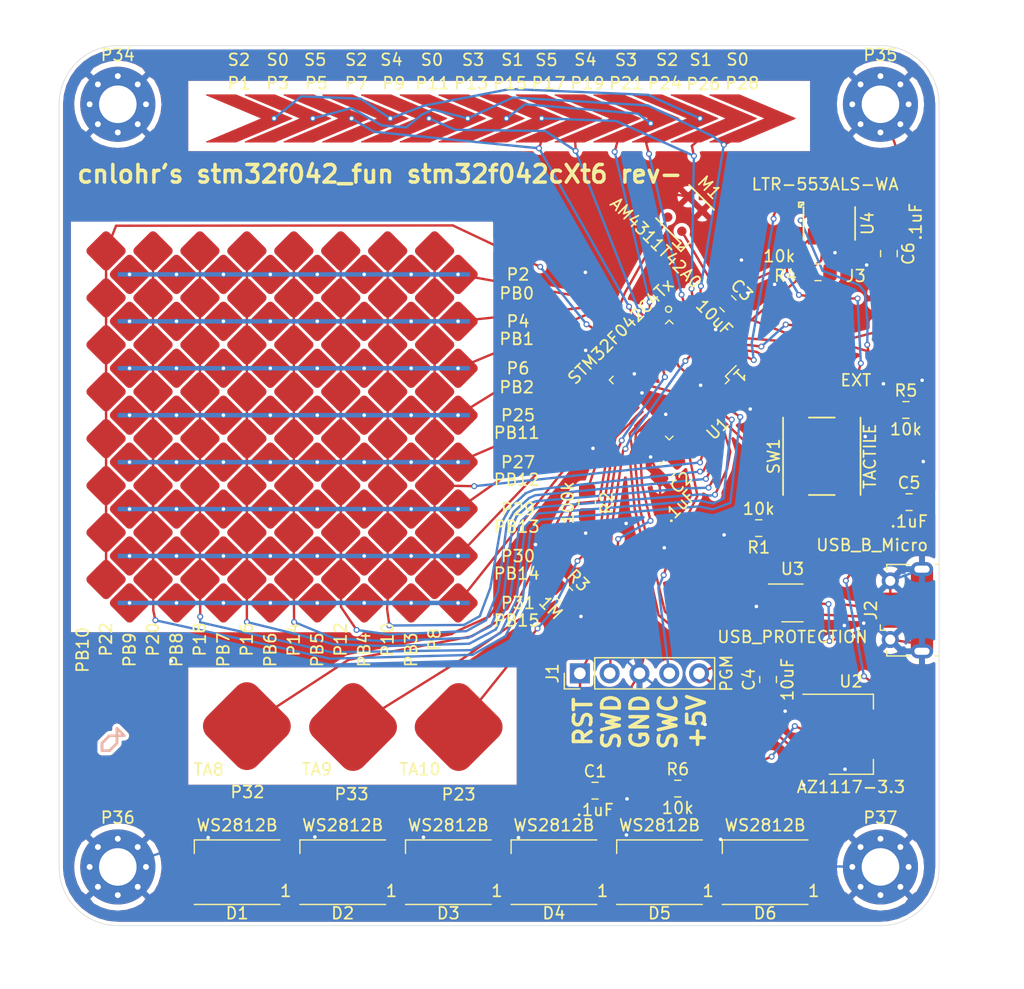
<source format=kicad_pcb>
(kicad_pcb (version 20171130) (host pcbnew "(5.1.4)-1")
  (layers (0 F.Cu signal) (31 B.Cu signal) (34 B.Paste user) (35 F.Paste user) (36 B.SilkS user) (37 F.SilkS user) (38 B.Mask user) (39 F.Mask user) (44 Edge.Cuts user))
  (net 0 "")
  (net 1 GND)
  (net 2 RESET)
  (net 3 +3V3)
  (net 4 +5V)
  (net 5 WS2812)
  (net 6 "Net-(D1-Pad2)")
  (net 7 "Net-(D2-Pad2)")
  (net 8 "Net-(D3-Pad2)")
  (net 9 "Net-(D4-Pad2)")
  (net 10 "Net-(D5-Pad2)")
  (net 11 SWD)
  (net 12 SWC)
  (net 13 SLIDER2)
  (net 14 "Net-(P2-Pad1)")
  (net 15 SLIDER0)
  (net 16 "Net-(P4-Pad1)")
  (net 17 SLIDER5)
  (net 18 "Net-(P6-Pad1)")
  (net 19 "Net-(P8-Pad1)")
  (net 20 SLIDER4)
  (net 21 "Net-(P10-Pad1)")
  (net 22 "Net-(P12-Pad1)")
  (net 23 SLIDER3)
  (net 24 "Net-(P14-Pad1)")
  (net 25 SLIDER1)
  (net 26 "Net-(P16-Pad1)")
  (net 27 "Net-(P18-Pad1)")
  (net 28 "Net-(P20-Pad1)")
  (net 29 "Net-(P22-Pad1)")
  (net 30 "Net-(P23-Pad1)")
  (net 31 "Net-(P25-Pad1)")
  (net 32 "Net-(P27-Pad1)")
  (net 33 "Net-(P29-Pad1)")
  (net 34 "Net-(P30-Pad1)")
  (net 35 "Net-(P31-Pad1)")
  (net 36 TMPA8)
  (net 37 TMPA9)
  (net 38 BOOT0)
  (net 39 SDA)
  (net 40 SCL)
  (net 41 ADC)
  (net 42 D-)
  (net 43 D+)
  (net 44 PC13)
  (net 45 "Net-(U4-Pad3)")
  (net 46 PC14)
  (net 47 PC15)
  (module Capacitor_SMD:C_0805_2012Metric_Pad1.15x1.40mm_HandSolder (layer F.Cu) (at 75.675 88.5)
    (fp_text reference C1 (at 0 -1.65) (layer F.SilkS))
    (fp_text value .1uF (at 0 1.65) (layer F.SilkS))
    (pad 2 smd roundrect (at 1.025 0) (size 1.15 1.4) (layers F.Cu F.Paste F.Mask) (roundrect_rratio 0.217391) (net 1 GND))
    (pad 1 smd roundrect (at -1.025 0) (size 1.15 1.4) (layers F.Cu F.Paste F.Mask) (roundrect_rratio 0.217391) (net 2 RESET))
  )
  (module Capacitor_SMD:C_0805_2012Metric_Pad1.15x1.40mm_HandSolder (layer F.Cu) (at 81.85 61.075 225)
    (fp_text reference C2 (at 0 -1.65 45) (layer F.SilkS))
    (fp_text value .1uF (at 1.537957 -2.952171 45) (layer F.SilkS))
    (pad 2 smd roundrect (at 1.025 0 225) (size 1.15 1.4) (layers F.Cu F.Paste F.Mask) (roundrect_rratio 0.217391) (net 1 GND))
    (pad 1 smd roundrect (at -1.025 0 225) (size 1.15 1.4) (layers F.Cu F.Paste F.Mask) (roundrect_rratio 0.217391) (net 3 +3V3))
  )
  (module Capacitor_SMD:C_0805_2012Metric_Pad1.15x1.40mm_HandSolder (layer F.Cu) (at 87 47 315)
    (fp_text reference C3 (at 0 -1.65 135) (layer F.SilkS))
    (fp_text value 10uF (at 0 1.65 135) (layer F.SilkS))
    (pad 2 smd roundrect (at 1.025 0 315) (size 1.15 1.4) (layers F.Cu F.Paste F.Mask) (roundrect_rratio 0.217391) (net 1 GND))
    (pad 1 smd roundrect (at -1.025 0 315) (size 1.15 1.4) (layers F.Cu F.Paste F.Mask) (roundrect_rratio 0.217391) (net 3 +3V3))
  )
  (module Capacitor_SMD:C_0805_2012Metric_Pad1.15x1.40mm_HandSolder (layer F.Cu) (at 90.425 79.025 90)
    (fp_text reference C4 (at 0 -1.65 90) (layer F.SilkS))
    (fp_text value 10uF (at 0 1.65 90) (layer F.SilkS))
    (pad 2 smd roundrect (at 1.025 0 90) (size 1.15 1.4) (layers F.Cu F.Paste F.Mask) (roundrect_rratio 0.217391) (net 1 GND))
    (pad 1 smd roundrect (at -1.025 0 90) (size 1.15 1.4) (layers F.Cu F.Paste F.Mask) (roundrect_rratio 0.217391) (net 4 +5V))
  )
  (module LED_SMD:LED_WS2812B_PLCC4_5.0x5.0mm_P3.2mm (layer F.Cu) (at 45.17 95.45 180)
    (fp_text reference D1 (at 0 -3.5) (layer F.SilkS))
    (fp_text value WS2812B (at 0 4) (layer F.SilkS))
    (fp_text user 1 (at -4.15 -1.6) (layer F.SilkS))
    (pad 1 smd rect (at -2.45 -1.6 180) (size 1.5 1) (layers F.Cu F.Paste F.Mask) (net 4 +5V))
    (pad 2 smd rect (at -2.45 1.6 180) (size 1.5 1) (layers F.Cu F.Paste F.Mask) (net 6 "Net-(D1-Pad2)"))
    (pad 4 smd rect (at 2.45 -1.6 180) (size 1.5 1) (layers F.Cu F.Paste F.Mask) (net 5 WS2812))
    (pad 3 smd rect (at 2.45 1.6 180) (size 1.5 1) (layers F.Cu F.Paste F.Mask) (net 1 GND))
  )
  (module LED_SMD:LED_WS2812B_PLCC4_5.0x5.0mm_P3.2mm (layer F.Cu) (at 54.17 95.45 180)
    (fp_text reference D2 (at 0 -3.5) (layer F.SilkS))
    (fp_text value WS2812B (at 0 4) (layer F.SilkS))
    (fp_text user 1 (at -4.15 -1.6) (layer F.SilkS))
    (pad 1 smd rect (at -2.45 -1.6 180) (size 1.5 1) (layers F.Cu F.Paste F.Mask) (net 4 +5V))
    (pad 2 smd rect (at -2.45 1.6 180) (size 1.5 1) (layers F.Cu F.Paste F.Mask) (net 7 "Net-(D2-Pad2)"))
    (pad 4 smd rect (at 2.45 -1.6 180) (size 1.5 1) (layers F.Cu F.Paste F.Mask) (net 6 "Net-(D1-Pad2)"))
    (pad 3 smd rect (at 2.45 1.6 180) (size 1.5 1) (layers F.Cu F.Paste F.Mask) (net 1 GND))
  )
  (module LED_SMD:LED_WS2812B_PLCC4_5.0x5.0mm_P3.2mm (layer F.Cu) (at 63.17 95.45 180)
    (fp_text reference D3 (at 0 -3.5) (layer F.SilkS))
    (fp_text value WS2812B (at 0 4) (layer F.SilkS))
    (fp_text user 1 (at -4.15 -1.6) (layer F.SilkS))
    (pad 1 smd rect (at -2.45 -1.6 180) (size 1.5 1) (layers F.Cu F.Paste F.Mask) (net 4 +5V))
    (pad 2 smd rect (at -2.45 1.6 180) (size 1.5 1) (layers F.Cu F.Paste F.Mask) (net 8 "Net-(D3-Pad2)"))
    (pad 4 smd rect (at 2.45 -1.6 180) (size 1.5 1) (layers F.Cu F.Paste F.Mask) (net 7 "Net-(D2-Pad2)"))
    (pad 3 smd rect (at 2.45 1.6 180) (size 1.5 1) (layers F.Cu F.Paste F.Mask) (net 1 GND))
  )
  (module LED_SMD:LED_WS2812B_PLCC4_5.0x5.0mm_P3.2mm (layer F.Cu) (at 72.17 95.45 180)
    (fp_text reference D4 (at 0 -3.5) (layer F.SilkS))
    (fp_text value WS2812B (at 0 4) (layer F.SilkS))
    (fp_text user 1 (at -4.15 -1.6) (layer F.SilkS))
    (pad 1 smd rect (at -2.45 -1.6 180) (size 1.5 1) (layers F.Cu F.Paste F.Mask) (net 4 +5V))
    (pad 2 smd rect (at -2.45 1.6 180) (size 1.5 1) (layers F.Cu F.Paste F.Mask) (net 9 "Net-(D4-Pad2)"))
    (pad 4 smd rect (at 2.45 -1.6 180) (size 1.5 1) (layers F.Cu F.Paste F.Mask) (net 8 "Net-(D3-Pad2)"))
    (pad 3 smd rect (at 2.45 1.6 180) (size 1.5 1) (layers F.Cu F.Paste F.Mask) (net 1 GND))
  )
  (module LED_SMD:LED_WS2812B_PLCC4_5.0x5.0mm_P3.2mm (layer F.Cu) (at 81.17 95.45 180)
    (fp_text reference D5 (at 0 -3.5) (layer F.SilkS))
    (fp_text value WS2812B (at 0 4) (layer F.SilkS))
    (fp_text user 1 (at -4.15 -1.6) (layer F.SilkS))
    (pad 1 smd rect (at -2.45 -1.6 180) (size 1.5 1) (layers F.Cu F.Paste F.Mask) (net 4 +5V))
    (pad 2 smd rect (at -2.45 1.6 180) (size 1.5 1) (layers F.Cu F.Paste F.Mask) (net 10 "Net-(D5-Pad2)"))
    (pad 4 smd rect (at 2.45 -1.6 180) (size 1.5 1) (layers F.Cu F.Paste F.Mask) (net 9 "Net-(D4-Pad2)"))
    (pad 3 smd rect (at 2.45 1.6 180) (size 1.5 1) (layers F.Cu F.Paste F.Mask) (net 1 GND))
  )
  (module LED_SMD:LED_WS2812B_PLCC4_5.0x5.0mm_P3.2mm (layer F.Cu) (at 90.17 95.45 180)
    (fp_text reference D6 (at 0 -3.5) (layer F.SilkS))
    (fp_text value WS2812B (at 0 4) (layer F.SilkS))
    (fp_text user 1 (at -4.15 -1.6) (layer F.SilkS))
    (pad 1 smd rect (at -2.45 -1.6 180) (size 1.5 1) (layers F.Cu F.Paste F.Mask) (net 4 +5V))
    (pad 2 smd rect (at -2.45 1.6 180) (size 1.5 1) (layers F.Cu F.Paste F.Mask))
    (pad 4 smd rect (at 2.45 -1.6 180) (size 1.5 1) (layers F.Cu F.Paste F.Mask) (net 10 "Net-(D5-Pad2)"))
    (pad 3 smd rect (at 2.45 1.6 180) (size 1.5 1) (layers F.Cu F.Paste F.Mask) (net 1 GND))
  )
  (module Connector_PinHeader_2.54mm:PinHeader_1x05_P2.54mm_Vertical (layer F.Cu) (at 74.38 78.5 90)
    (fp_text reference J1 (at 0 -2.33 90) (layer F.SilkS))
    (fp_text value PGM (at 0 12.49 90) (layer F.SilkS))
    (pad 5 thru_hole oval (at 0 10.16 90) (size 1.7 1.7) (drill 1) (layers *.Cu *.Mask) (net 4 +5V))
    (pad 4 thru_hole oval (at 0 7.62 90) (size 1.7 1.7) (drill 1) (layers *.Cu *.Mask) (net 12 SWC))
    (pad 3 thru_hole oval (at 0 5.08 90) (size 1.7 1.7) (drill 1) (layers *.Cu *.Mask) (net 1 GND))
    (pad 2 thru_hole oval (at 0 2.54 90) (size 1.7 1.7) (drill 1) (layers *.Cu *.Mask) (net 11 SWD))
    (pad 1 thru_hole rect (at 0 0 90) (size 1.7 1.7) (drill 1) (layers *.Cu *.Mask) (net 2 RESET))
  )
  (module kicad:TOUCH_SLIDER_CHEVRON (layer F.Cu) (at 45.322893 31.207106)
    (fp_text reference P1 (at 0 -3) (layer F.SilkS))
    (fp_text value S2 (at 0 -5) (layer F.SilkS))
    (fp_poly (pts (xy -2.75 -2) (xy 2 0) (xy -2.75 2) (xy -0.25 2) (xy 4.5 0) (xy -0.25 -2)) (layer F.Cu) (width 0.1))
    (pad 1 smd circle (at 3 0) (size 0.4826 0.4826) (layers F.Cu) (net 13 SLIDER2))
  )
  (module kicad:TOUCH_ARRAY_8_BOT (layer F.Cu) (at 64 44.5 180)
    (fp_text reference P2 (at -5.11 -0.01) (layer F.SilkS))
    (fp_text value PB0 (at -5 -1.62) (layer F.SilkS))
    (pad 1 smd roundrect (at 28 0 225) (size 2.6 2.6) (layers F.Cu) (roundrect_rratio 0.15) (net 14 "Net-(P2-Pad1)"))
    (pad 1 smd roundrect (at 24 0 225) (size 2.6 2.6) (layers F.Cu) (roundrect_rratio 0.15) (net 14 "Net-(P2-Pad1)"))
    (pad 1 smd roundrect (at 20 0 225) (size 2.6 2.6) (layers F.Cu) (roundrect_rratio 0.15) (net 14 "Net-(P2-Pad1)"))
    (pad 1 smd roundrect (at 16 0 225) (size 2.6 2.6) (layers F.Cu) (roundrect_rratio 0.15) (net 14 "Net-(P2-Pad1)"))
    (pad 1 smd roundrect (at 12 0 225) (size 2.6 2.6) (layers F.Cu) (roundrect_rratio 0.15) (net 14 "Net-(P2-Pad1)"))
    (pad 1 smd roundrect (at 14 0 180) (size 29.999991 0.381) (layers B.Cu) (roundrect_rratio 0.15) (net 14 "Net-(P2-Pad1)"))
    (pad 1 smd roundrect (at 8 0 225) (size 2.6 2.6) (layers F.Cu) (roundrect_rratio 0.15) (net 14 "Net-(P2-Pad1)"))
    (pad 1 smd roundrect (at 4 0 225) (size 2.6 2.6) (layers F.Cu) (roundrect_rratio 0.15) (net 14 "Net-(P2-Pad1)"))
    (pad 1 smd roundrect (at 0 0 225) (size 2.6 2.6) (layers F.Cu) (roundrect_rratio 0.15) (net 14 "Net-(P2-Pad1)"))
  )
  (module kicad:TOUCH_SLIDER_CHEVRON (layer F.Cu) (at 48.622893 31.207106)
    (fp_text reference P3 (at 0 -3) (layer F.SilkS))
    (fp_text value S0 (at 0.01 -5) (layer F.SilkS))
    (fp_poly (pts (xy -2.75 -2) (xy 2 0) (xy -2.75 2) (xy -0.25 2) (xy 4.5 0) (xy -0.25 -2)) (layer F.Cu) (width 0.1))
    (pad 1 smd circle (at 3 0) (size 0.4826 0.4826) (layers F.Cu) (net 15 SLIDER0))
  )
  (module kicad:TOUCH_ARRAY_8_BOT (layer F.Cu) (at 64 48.5 180)
    (fp_text reference P4 (at -5.11 -0.01) (layer F.SilkS))
    (fp_text value PB1 (at -5 -1.5) (layer F.SilkS))
    (pad 1 smd roundrect (at 28 0 225) (size 2.6 2.6) (layers F.Cu) (roundrect_rratio 0.15) (net 16 "Net-(P4-Pad1)"))
    (pad 1 smd roundrect (at 24 0 225) (size 2.6 2.6) (layers F.Cu) (roundrect_rratio 0.15) (net 16 "Net-(P4-Pad1)"))
    (pad 1 smd roundrect (at 20 0 225) (size 2.6 2.6) (layers F.Cu) (roundrect_rratio 0.15) (net 16 "Net-(P4-Pad1)"))
    (pad 1 smd roundrect (at 16 0 225) (size 2.6 2.6) (layers F.Cu) (roundrect_rratio 0.15) (net 16 "Net-(P4-Pad1)"))
    (pad 1 smd roundrect (at 12 0 225) (size 2.6 2.6) (layers F.Cu) (roundrect_rratio 0.15) (net 16 "Net-(P4-Pad1)"))
    (pad 1 smd roundrect (at 14 0 180) (size 29.999991 0.381) (layers B.Cu) (roundrect_rratio 0.15) (net 16 "Net-(P4-Pad1)"))
    (pad 1 smd roundrect (at 8 0 225) (size 2.6 2.6) (layers F.Cu) (roundrect_rratio 0.15) (net 16 "Net-(P4-Pad1)"))
    (pad 1 smd roundrect (at 4 0 225) (size 2.6 2.6) (layers F.Cu) (roundrect_rratio 0.15) (net 16 "Net-(P4-Pad1)"))
    (pad 1 smd roundrect (at 0 0 225) (size 2.6 2.6) (layers F.Cu) (roundrect_rratio 0.15) (net 16 "Net-(P4-Pad1)"))
  )
  (module kicad:TOUCH_SLIDER_CHEVRON (layer F.Cu) (at 51.922893 31.207107)
    (fp_text reference P5 (at 0 -3) (layer F.SilkS))
    (fp_text value S5 (at -0.1 -5) (layer F.SilkS))
    (fp_poly (pts (xy -2.75 -2) (xy 2 0) (xy -2.75 2) (xy -0.25 2) (xy 4.5 0) (xy -0.25 -2)) (layer F.Cu) (width 0.1))
    (pad 1 smd circle (at 3 0) (size 0.4826 0.4826) (layers F.Cu) (net 17 SLIDER5))
  )
  (module kicad:TOUCH_ARRAY_8_BOT (layer F.Cu) (at 64 52.5 180)
    (fp_text reference P6 (at -5.11 -0.01) (layer F.SilkS))
    (fp_text value PB2 (at -5 -1.62) (layer F.SilkS))
    (pad 1 smd roundrect (at 28 0 225) (size 2.6 2.6) (layers F.Cu) (roundrect_rratio 0.15) (net 18 "Net-(P6-Pad1)"))
    (pad 1 smd roundrect (at 24 0 225) (size 2.6 2.6) (layers F.Cu) (roundrect_rratio 0.15) (net 18 "Net-(P6-Pad1)"))
    (pad 1 smd roundrect (at 20 0 225) (size 2.6 2.6) (layers F.Cu) (roundrect_rratio 0.15) (net 18 "Net-(P6-Pad1)"))
    (pad 1 smd roundrect (at 16 0 225) (size 2.6 2.6) (layers F.Cu) (roundrect_rratio 0.15) (net 18 "Net-(P6-Pad1)"))
    (pad 1 smd roundrect (at 12 0 225) (size 2.6 2.6) (layers F.Cu) (roundrect_rratio 0.15) (net 18 "Net-(P6-Pad1)"))
    (pad 1 smd roundrect (at 14 0 180) (size 29.999991 0.381) (layers B.Cu) (roundrect_rratio 0.15) (net 18 "Net-(P6-Pad1)"))
    (pad 1 smd roundrect (at 8 0 225) (size 2.6 2.6) (layers F.Cu) (roundrect_rratio 0.15) (net 18 "Net-(P6-Pad1)"))
    (pad 1 smd roundrect (at 4 0 225) (size 2.6 2.6) (layers F.Cu) (roundrect_rratio 0.15) (net 18 "Net-(P6-Pad1)"))
    (pad 1 smd roundrect (at 0 0 225) (size 2.6 2.6) (layers F.Cu) (roundrect_rratio 0.15) (net 18 "Net-(P6-Pad1)"))
  )
  (module kicad:TOUCH_SLIDER_CHEVRON (layer F.Cu) (at 55.222893 31.207106)
    (fp_text reference P7 (at 0.1 -3) (layer F.SilkS))
    (fp_text value S2 (at 0.1 -5) (layer F.SilkS))
    (fp_poly (pts (xy -2.75 -2) (xy 2 0) (xy -2.75 2) (xy -0.25 2) (xy 4.5 0) (xy -0.25 -2)) (layer F.Cu) (width 0.1))
    (pad 1 smd circle (at 3 0) (size 0.4826 0.4826) (layers F.Cu) (net 13 SLIDER2))
  )
  (module kicad:TOUCH_ARRAY_8_TOP (layer F.Cu) (at 62 70.5 90)
    (fp_text reference P8 (at -5.11 -0.01 90) (layer F.SilkS))
    (fp_text value PB3 (at -6.000001 -2 90) (layer F.SilkS))
    (pad 1 smd roundrect (at 28 0 135) (size 2.6 2.6) (layers F.Cu) (roundrect_rratio 0.15) (net 19 "Net-(P8-Pad1)"))
    (pad 1 smd roundrect (at 24 0 135) (size 2.6 2.6) (layers F.Cu) (roundrect_rratio 0.15) (net 19 "Net-(P8-Pad1)"))
    (pad 1 smd roundrect (at 20 0 135) (size 2.6 2.6) (layers F.Cu) (roundrect_rratio 0.15) (net 19 "Net-(P8-Pad1)"))
    (pad 1 smd roundrect (at 16 0 135) (size 2.6 2.6) (layers F.Cu) (roundrect_rratio 0.15) (net 19 "Net-(P8-Pad1)"))
    (pad 1 smd roundrect (at 12 0 135) (size 2.6 2.6) (layers F.Cu) (roundrect_rratio 0.15) (net 19 "Net-(P8-Pad1)"))
    (pad 1 smd roundrect (at 14 0 90) (size 29.999991 0.2032) (layers F.Cu) (roundrect_rratio 0.15) (net 19 "Net-(P8-Pad1)"))
    (pad 1 smd roundrect (at 8 0 135) (size 2.6 2.6) (layers F.Cu) (roundrect_rratio 0.15) (net 19 "Net-(P8-Pad1)"))
    (pad 1 smd roundrect (at 4 0 135) (size 2.6 2.6) (layers F.Cu) (roundrect_rratio 0.15) (net 19 "Net-(P8-Pad1)"))
    (pad 1 smd roundrect (at 0 0 135) (size 2.6 2.6) (layers F.Cu) (roundrect_rratio 0.15) (net 19 "Net-(P8-Pad1)"))
  )
  (module kicad:TOUCH_SLIDER_CHEVRON (layer F.Cu) (at 58.522893 31.207107)
    (fp_text reference P9 (at 0 -3) (layer F.SilkS))
    (fp_text value S4 (at -0.2 -5) (layer F.SilkS))
    (fp_poly (pts (xy -2.75 -2) (xy 2 0) (xy -2.75 2) (xy -0.25 2) (xy 4.5 0) (xy -0.25 -2)) (layer F.Cu) (width 0.1))
    (pad 1 smd circle (at 3 0) (size 0.4826 0.4826) (layers F.Cu) (net 20 SLIDER4))
  )
  (module kicad:TOUCH_ARRAY_8_TOP (layer F.Cu) (at 58 70.5 90)
    (fp_text reference P10 (at -5.11 -0.01 90) (layer F.SilkS))
    (fp_text value PB4 (at -6 -2 90) (layer F.SilkS))
    (pad 1 smd roundrect (at 28 0 135) (size 2.6 2.6) (layers F.Cu) (roundrect_rratio 0.15) (net 21 "Net-(P10-Pad1)"))
    (pad 1 smd roundrect (at 24 0 135) (size 2.6 2.6) (layers F.Cu) (roundrect_rratio 0.15) (net 21 "Net-(P10-Pad1)"))
    (pad 1 smd roundrect (at 20 0 135) (size 2.6 2.6) (layers F.Cu) (roundrect_rratio 0.15) (net 21 "Net-(P10-Pad1)"))
    (pad 1 smd roundrect (at 16 0 135) (size 2.6 2.6) (layers F.Cu) (roundrect_rratio 0.15) (net 21 "Net-(P10-Pad1)"))
    (pad 1 smd roundrect (at 12 0 135) (size 2.6 2.6) (layers F.Cu) (roundrect_rratio 0.15) (net 21 "Net-(P10-Pad1)"))
    (pad 1 smd roundrect (at 14 0 90) (size 29.999991 0.2032) (layers F.Cu) (roundrect_rratio 0.15) (net 21 "Net-(P10-Pad1)"))
    (pad 1 smd roundrect (at 8 0 135) (size 2.6 2.6) (layers F.Cu) (roundrect_rratio 0.15) (net 21 "Net-(P10-Pad1)"))
    (pad 1 smd roundrect (at 4 0 135) (size 2.6 2.6) (layers F.Cu) (roundrect_rratio 0.15) (net 21 "Net-(P10-Pad1)"))
    (pad 1 smd roundrect (at 0 0 135) (size 2.6 2.6) (layers F.Cu) (roundrect_rratio 0.15) (net 21 "Net-(P10-Pad1)"))
  )
  (module kicad:TOUCH_SLIDER_CHEVRON (layer F.Cu) (at 61.822893 31.207107)
    (fp_text reference P11 (at 0 -3) (layer F.SilkS))
    (fp_text value S0 (at -0.05 -5) (layer F.SilkS))
    (fp_poly (pts (xy -2.75 -2) (xy 2 0) (xy -2.75 2) (xy -0.25 2) (xy 4.5 0) (xy -0.25 -2)) (layer F.Cu) (width 0.1))
    (pad 1 smd circle (at 3 0) (size 0.4826 0.4826) (layers F.Cu) (net 15 SLIDER0))
  )
  (module kicad:TOUCH_ARRAY_8_TOP (layer F.Cu) (at 54 70.5 90)
    (fp_text reference P12 (at -5.11 -0.01 90) (layer F.SilkS))
    (fp_text value PB5 (at -6 -2 90) (layer F.SilkS))
    (pad 1 smd roundrect (at 28 0 135) (size 2.6 2.6) (layers F.Cu) (roundrect_rratio 0.15) (net 22 "Net-(P12-Pad1)"))
    (pad 1 smd roundrect (at 24 0 135) (size 2.6 2.6) (layers F.Cu) (roundrect_rratio 0.15) (net 22 "Net-(P12-Pad1)"))
    (pad 1 smd roundrect (at 20 0 135) (size 2.6 2.6) (layers F.Cu) (roundrect_rratio 0.15) (net 22 "Net-(P12-Pad1)"))
    (pad 1 smd roundrect (at 16 0 135) (size 2.6 2.6) (layers F.Cu) (roundrect_rratio 0.15) (net 22 "Net-(P12-Pad1)"))
    (pad 1 smd roundrect (at 12 0 135) (size 2.6 2.6) (layers F.Cu) (roundrect_rratio 0.15) (net 22 "Net-(P12-Pad1)"))
    (pad 1 smd roundrect (at 14 0 90) (size 29.999991 0.2032) (layers F.Cu) (roundrect_rratio 0.15) (net 22 "Net-(P12-Pad1)"))
    (pad 1 smd roundrect (at 8 0 135) (size 2.6 2.6) (layers F.Cu) (roundrect_rratio 0.15) (net 22 "Net-(P12-Pad1)"))
    (pad 1 smd roundrect (at 4 0 135) (size 2.6 2.6) (layers F.Cu) (roundrect_rratio 0.15) (net 22 "Net-(P12-Pad1)"))
    (pad 1 smd roundrect (at 0 0 135) (size 2.6 2.6) (layers F.Cu) (roundrect_rratio 0.15) (net 22 "Net-(P12-Pad1)"))
  )
  (module kicad:TOUCH_SLIDER_CHEVRON (layer F.Cu) (at 65.122893 31.207106)
    (fp_text reference P13 (at 0 -3) (layer F.SilkS))
    (fp_text value S3 (at 0.16 -5) (layer F.SilkS))
    (fp_poly (pts (xy -2.75 -2) (xy 2 0) (xy -2.75 2) (xy -0.25 2) (xy 4.5 0) (xy -0.25 -2)) (layer F.Cu) (width 0.1))
    (pad 1 smd circle (at 3 0) (size 0.4826 0.4826) (layers F.Cu) (net 23 SLIDER3))
  )
  (module kicad:TOUCH_ARRAY_8_TOP (layer F.Cu) (at 50 70.5 90)
    (fp_text reference P14 (at -5.11 -0.01 90) (layer F.SilkS))
    (fp_text value PB6 (at -6 -2 90) (layer F.SilkS))
    (pad 1 smd roundrect (at 28 0 135) (size 2.6 2.6) (layers F.Cu) (roundrect_rratio 0.15) (net 24 "Net-(P14-Pad1)"))
    (pad 1 smd roundrect (at 24 0 135) (size 2.6 2.6) (layers F.Cu) (roundrect_rratio 0.15) (net 24 "Net-(P14-Pad1)"))
    (pad 1 smd roundrect (at 20 0 135) (size 2.6 2.6) (layers F.Cu) (roundrect_rratio 0.15) (net 24 "Net-(P14-Pad1)"))
    (pad 1 smd roundrect (at 16 0 135) (size 2.6 2.6) (layers F.Cu) (roundrect_rratio 0.15) (net 24 "Net-(P14-Pad1)"))
    (pad 1 smd roundrect (at 12 0 135) (size 2.6 2.6) (layers F.Cu) (roundrect_rratio 0.15) (net 24 "Net-(P14-Pad1)"))
    (pad 1 smd roundrect (at 14 0 90) (size 29.999991 0.2032) (layers F.Cu) (roundrect_rratio 0.15) (net 24 "Net-(P14-Pad1)"))
    (pad 1 smd roundrect (at 8 0 135) (size 2.6 2.6) (layers F.Cu) (roundrect_rratio 0.15) (net 24 "Net-(P14-Pad1)"))
    (pad 1 smd roundrect (at 4 0 135) (size 2.6 2.6) (layers F.Cu) (roundrect_rratio 0.15) (net 24 "Net-(P14-Pad1)"))
    (pad 1 smd roundrect (at 0 0 135) (size 2.6 2.6) (layers F.Cu) (roundrect_rratio 0.15) (net 24 "Net-(P14-Pad1)"))
  )
  (module kicad:TOUCH_SLIDER_CHEVRON (layer F.Cu) (at 68.422893 31.207107)
    (fp_text reference P15 (at 0 -3) (layer F.SilkS))
    (fp_text value S1 (at 0.21 -5) (layer F.SilkS))
    (fp_poly (pts (xy -2.75 -2) (xy 2 0) (xy -2.75 2) (xy -0.25 2) (xy 4.5 0) (xy -0.25 -2)) (layer F.Cu) (width 0.1))
    (pad 1 smd circle (at 3 0) (size 0.4826 0.4826) (layers F.Cu) (net 25 SLIDER1))
  )
  (module kicad:TOUCH_ARRAY_8_TOP (layer F.Cu) (at 46 70.5 90)
    (fp_text reference P16 (at -5.11 -0.01 90) (layer F.SilkS))
    (fp_text value PB7 (at -6 -2 90) (layer F.SilkS))
    (pad 1 smd roundrect (at 28 0 135) (size 2.6 2.6) (layers F.Cu) (roundrect_rratio 0.15) (net 26 "Net-(P16-Pad1)"))
    (pad 1 smd roundrect (at 24 0 135) (size 2.6 2.6) (layers F.Cu) (roundrect_rratio 0.15) (net 26 "Net-(P16-Pad1)"))
    (pad 1 smd roundrect (at 20 0 135) (size 2.6 2.6) (layers F.Cu) (roundrect_rratio 0.15) (net 26 "Net-(P16-Pad1)"))
    (pad 1 smd roundrect (at 16 0 135) (size 2.6 2.6) (layers F.Cu) (roundrect_rratio 0.15) (net 26 "Net-(P16-Pad1)"))
    (pad 1 smd roundrect (at 12 0 135) (size 2.6 2.6) (layers F.Cu) (roundrect_rratio 0.15) (net 26 "Net-(P16-Pad1)"))
    (pad 1 smd roundrect (at 14 0 90) (size 29.999991 0.2032) (layers F.Cu) (roundrect_rratio 0.15) (net 26 "Net-(P16-Pad1)"))
    (pad 1 smd roundrect (at 8 0 135) (size 2.6 2.6) (layers F.Cu) (roundrect_rratio 0.15) (net 26 "Net-(P16-Pad1)"))
    (pad 1 smd roundrect (at 4 0 135) (size 2.6 2.6) (layers F.Cu) (roundrect_rratio 0.15) (net 26 "Net-(P16-Pad1)"))
    (pad 1 smd roundrect (at 0 0 135) (size 2.6 2.6) (layers F.Cu) (roundrect_rratio 0.15) (net 26 "Net-(P16-Pad1)"))
  )
  (module kicad:TOUCH_SLIDER_CHEVRON (layer F.Cu) (at 71.722893 31.207106)
    (fp_text reference P17 (at 0 -3) (layer F.SilkS))
    (fp_text value S5 (at -0.19 -4.98) (layer F.SilkS))
    (fp_poly (pts (xy -2.75 -2) (xy 2 0) (xy -2.75 2) (xy -0.25 2) (xy 4.5 0) (xy -0.25 -2)) (layer F.Cu) (width 0.1))
    (pad 1 smd circle (at 3 0) (size 0.4826 0.4826) (layers F.Cu) (net 17 SLIDER5))
  )
  (module kicad:TOUCH_ARRAY_8_TOP (layer F.Cu) (at 42 70.5 90)
    (fp_text reference P18 (at -5.11 -0.01 90) (layer F.SilkS))
    (fp_text value PB8 (at -6 -2 90) (layer F.SilkS))
    (pad 1 smd roundrect (at 28 0 135) (size 2.6 2.6) (layers F.Cu) (roundrect_rratio 0.15) (net 27 "Net-(P18-Pad1)"))
    (pad 1 smd roundrect (at 24 0 135) (size 2.6 2.6) (layers F.Cu) (roundrect_rratio 0.15) (net 27 "Net-(P18-Pad1)"))
    (pad 1 smd roundrect (at 20 0 135) (size 2.6 2.6) (layers F.Cu) (roundrect_rratio 0.15) (net 27 "Net-(P18-Pad1)"))
    (pad 1 smd roundrect (at 16 0 135) (size 2.6 2.6) (layers F.Cu) (roundrect_rratio 0.15) (net 27 "Net-(P18-Pad1)"))
    (pad 1 smd roundrect (at 12 0 135) (size 2.6 2.6) (layers F.Cu) (roundrect_rratio 0.15) (net 27 "Net-(P18-Pad1)"))
    (pad 1 smd roundrect (at 14 0 90) (size 29.999991 0.2032) (layers F.Cu) (roundrect_rratio 0.15) (net 27 "Net-(P18-Pad1)"))
    (pad 1 smd roundrect (at 8 0 135) (size 2.6 2.6) (layers F.Cu) (roundrect_rratio 0.15) (net 27 "Net-(P18-Pad1)"))
    (pad 1 smd roundrect (at 4 0 135) (size 2.6 2.6) (layers F.Cu) (roundrect_rratio 0.15) (net 27 "Net-(P18-Pad1)"))
    (pad 1 smd roundrect (at 0 0 135) (size 2.6 2.6) (layers F.Cu) (roundrect_rratio 0.15) (net 27 "Net-(P18-Pad1)"))
  )
  (module kicad:TOUCH_SLIDER_CHEVRON (layer F.Cu) (at 75.022893 31.207106)
    (fp_text reference P19 (at 0 -3) (layer F.SilkS))
    (fp_text value S4 (at -0.17 -5) (layer F.SilkS))
    (fp_poly (pts (xy -2.75 -2) (xy 2 0) (xy -2.75 2) (xy -0.25 2) (xy 4.5 0) (xy -0.25 -2)) (layer F.Cu) (width 0.1))
    (pad 1 smd circle (at 3 0) (size 0.4826 0.4826) (layers F.Cu) (net 20 SLIDER4))
  )
  (module kicad:TOUCH_ARRAY_8_TOP (layer F.Cu) (at 38 70.500001 90)
    (fp_text reference P20 (at -5.11 -0.01 90) (layer F.SilkS))
    (fp_text value PB9 (at -5.999999 -2 90) (layer F.SilkS))
    (pad 1 smd roundrect (at 28 0 135) (size 2.6 2.6) (layers F.Cu) (roundrect_rratio 0.15) (net 28 "Net-(P20-Pad1)"))
    (pad 1 smd roundrect (at 24 0 135) (size 2.6 2.6) (layers F.Cu) (roundrect_rratio 0.15) (net 28 "Net-(P20-Pad1)"))
    (pad 1 smd roundrect (at 20 0 135) (size 2.6 2.6) (layers F.Cu) (roundrect_rratio 0.15) (net 28 "Net-(P20-Pad1)"))
    (pad 1 smd roundrect (at 16 0 135) (size 2.6 2.6) (layers F.Cu) (roundrect_rratio 0.15) (net 28 "Net-(P20-Pad1)"))
    (pad 1 smd roundrect (at 12 0 135) (size 2.6 2.6) (layers F.Cu) (roundrect_rratio 0.15) (net 28 "Net-(P20-Pad1)"))
    (pad 1 smd roundrect (at 14 0 90) (size 29.999991 0.2032) (layers F.Cu) (roundrect_rratio 0.15) (net 28 "Net-(P20-Pad1)"))
    (pad 1 smd roundrect (at 8 0 135) (size 2.6 2.6) (layers F.Cu) (roundrect_rratio 0.15) (net 28 "Net-(P20-Pad1)"))
    (pad 1 smd roundrect (at 4 0 135) (size 2.6 2.6) (layers F.Cu) (roundrect_rratio 0.15) (net 28 "Net-(P20-Pad1)"))
    (pad 1 smd roundrect (at 0 0 135) (size 2.6 2.6) (layers F.Cu) (roundrect_rratio 0.15) (net 28 "Net-(P20-Pad1)"))
  )
  (module kicad:TOUCH_SLIDER_CHEVRON (layer F.Cu) (at 78.322893 31.207107)
    (fp_text reference P21 (at 0 -3) (layer F.SilkS))
    (fp_text value S3 (at 0 -4.98) (layer F.SilkS))
    (fp_poly (pts (xy -2.75 -2) (xy 2 0) (xy -2.75 2) (xy -0.25 2) (xy 4.5 0) (xy -0.25 -2)) (layer F.Cu) (width 0.1))
    (pad 1 smd circle (at 3 0) (size 0.4826 0.4826) (layers F.Cu) (net 23 SLIDER3))
  )
  (module kicad:TOUCH_ARRAY_8_TOP (layer F.Cu) (at 34 70.5 90)
    (fp_text reference P22 (at -5.11 -0.01 90) (layer F.SilkS))
    (fp_text value PB10 (at -6 -2 90) (layer F.SilkS))
    (pad 1 smd roundrect (at 28 0 135) (size 2.6 2.6) (layers F.Cu) (roundrect_rratio 0.15) (net 29 "Net-(P22-Pad1)"))
    (pad 1 smd roundrect (at 24 0 135) (size 2.6 2.6) (layers F.Cu) (roundrect_rratio 0.15) (net 29 "Net-(P22-Pad1)"))
    (pad 1 smd roundrect (at 20 0 135) (size 2.6 2.6) (layers F.Cu) (roundrect_rratio 0.15) (net 29 "Net-(P22-Pad1)"))
    (pad 1 smd roundrect (at 16 0 135) (size 2.6 2.6) (layers F.Cu) (roundrect_rratio 0.15) (net 29 "Net-(P22-Pad1)"))
    (pad 1 smd roundrect (at 12 0 135) (size 2.6 2.6) (layers F.Cu) (roundrect_rratio 0.15) (net 29 "Net-(P22-Pad1)"))
    (pad 1 smd roundrect (at 14 0 90) (size 29.999991 0.2032) (layers F.Cu) (roundrect_rratio 0.15) (net 29 "Net-(P22-Pad1)"))
    (pad 1 smd roundrect (at 8 0 135) (size 2.6 2.6) (layers F.Cu) (roundrect_rratio 0.15) (net 29 "Net-(P22-Pad1)"))
    (pad 1 smd roundrect (at 4 0 135) (size 2.6 2.6) (layers F.Cu) (roundrect_rratio 0.15) (net 29 "Net-(P22-Pad1)"))
    (pad 1 smd roundrect (at 0 0 135) (size 2.6 2.6) (layers F.Cu) (roundrect_rratio 0.15) (net 29 "Net-(P22-Pad1)"))
  )
  (module kicad:TOUCH_MARK (layer F.Cu) (at 64 83)
    (fp_text reference P23 (at 0.05 5.825) (layer F.SilkS))
    (fp_text value TA10 (at -3.25 3.675) (layer F.SilkS))
    (pad 1 smd roundrect (at 0.05 0.075 45) (size 6 6) (layers F.Cu) (roundrect_rratio 0.2) (net 30 "Net-(P23-Pad1)"))
  )
  (module kicad:TOUCH_SLIDER_CHEVRON (layer F.Cu) (at 81.622893 31.207106)
    (fp_text reference P24 (at 0 -3) (layer F.SilkS))
    (fp_text value S2 (at 0.2 -5) (layer F.SilkS))
    (fp_poly (pts (xy -2.75 -2) (xy 2 0) (xy -2.75 2) (xy -0.25 2) (xy 4.5 0) (xy -0.25 -2)) (layer F.Cu) (width 0.1))
    (pad 1 smd circle (at 3 0) (size 0.4826 0.4826) (layers F.Cu) (net 13 SLIDER2))
  )
  (module kicad:TOUCH_ARRAY_8_BOT (layer F.Cu) (at 64 56.5 180)
    (fp_text reference P25 (at -5.11 -0.01) (layer F.SilkS))
    (fp_text value PB11 (at -5 -1.5) (layer F.SilkS))
    (pad 1 smd roundrect (at 28 0 225) (size 2.6 2.6) (layers F.Cu) (roundrect_rratio 0.15) (net 31 "Net-(P25-Pad1)"))
    (pad 1 smd roundrect (at 24 0 225) (size 2.6 2.6) (layers F.Cu) (roundrect_rratio 0.15) (net 31 "Net-(P25-Pad1)"))
    (pad 1 smd roundrect (at 20 0 225) (size 2.6 2.6) (layers F.Cu) (roundrect_rratio 0.15) (net 31 "Net-(P25-Pad1)"))
    (pad 1 smd roundrect (at 16 0 225) (size 2.6 2.6) (layers F.Cu) (roundrect_rratio 0.15) (net 31 "Net-(P25-Pad1)"))
    (pad 1 smd roundrect (at 12 0 225) (size 2.6 2.6) (layers F.Cu) (roundrect_rratio 0.15) (net 31 "Net-(P25-Pad1)"))
    (pad 1 smd roundrect (at 14 0 180) (size 29.999991 0.381) (layers B.Cu) (roundrect_rratio 0.15) (net 31 "Net-(P25-Pad1)"))
    (pad 1 smd roundrect (at 8 0 225) (size 2.6 2.6) (layers F.Cu) (roundrect_rratio 0.15) (net 31 "Net-(P25-Pad1)"))
    (pad 1 smd roundrect (at 4 0 225) (size 2.6 2.6) (layers F.Cu) (roundrect_rratio 0.15) (net 31 "Net-(P25-Pad1)"))
    (pad 1 smd roundrect (at 0 0 225) (size 2.6 2.6) (layers F.Cu) (roundrect_rratio 0.15) (net 31 "Net-(P25-Pad1)"))
  )
  (module kicad:TOUCH_SLIDER_CHEVRON (layer F.Cu) (at 84.922893 31.207107)
    (fp_text reference P26 (at -0.02 -2.93) (layer F.SilkS))
    (fp_text value S1 (at -0.24 -5) (layer F.SilkS))
    (fp_poly (pts (xy -2.75 -2) (xy 2 0) (xy -2.75 2) (xy -0.25 2) (xy 4.5 0) (xy -0.25 -2)) (layer F.Cu) (width 0.1))
    (pad 1 smd circle (at 3 0) (size 0.4826 0.4826) (layers F.Cu) (net 25 SLIDER1))
  )
  (module kicad:TOUCH_ARRAY_8_BOT (layer F.Cu) (at 64 60.5 180)
    (fp_text reference P27 (at -5.11 -0.01) (layer F.SilkS))
    (fp_text value PB12 (at -5 -1.5) (layer F.SilkS))
    (pad 1 smd roundrect (at 28 0 225) (size 2.6 2.6) (layers F.Cu) (roundrect_rratio 0.15) (net 32 "Net-(P27-Pad1)"))
    (pad 1 smd roundrect (at 24 0 225) (size 2.6 2.6) (layers F.Cu) (roundrect_rratio 0.15) (net 32 "Net-(P27-Pad1)"))
    (pad 1 smd roundrect (at 20 0 225) (size 2.6 2.6) (layers F.Cu) (roundrect_rratio 0.15) (net 32 "Net-(P27-Pad1)"))
    (pad 1 smd roundrect (at 16 0 225) (size 2.6 2.6) (layers F.Cu) (roundrect_rratio 0.15) (net 32 "Net-(P27-Pad1)"))
    (pad 1 smd roundrect (at 12 0 225) (size 2.6 2.6) (layers F.Cu) (roundrect_rratio 0.15) (net 32 "Net-(P27-Pad1)"))
    (pad 1 smd roundrect (at 14 0 180) (size 29.999991 0.381) (layers B.Cu) (roundrect_rratio 0.15) (net 32 "Net-(P27-Pad1)"))
    (pad 1 smd roundrect (at 8 0 225) (size 2.6 2.6) (layers F.Cu) (roundrect_rratio 0.15) (net 32 "Net-(P27-Pad1)"))
    (pad 1 smd roundrect (at 4 0 225) (size 2.6 2.6) (layers F.Cu) (roundrect_rratio 0.15) (net 32 "Net-(P27-Pad1)"))
    (pad 1 smd roundrect (at 0 0 225) (size 2.6 2.6) (layers F.Cu) (roundrect_rratio 0.15) (net 32 "Net-(P27-Pad1)"))
  )
  (module kicad:TOUCH_SLIDER_CHEVRON (layer F.Cu) (at 88.222893 31.207107)
    (fp_text reference P28 (at 0 -3) (layer F.SilkS))
    (fp_text value S0 (at -0.4 -5.02) (layer F.SilkS))
    (fp_poly (pts (xy -2.75 -2) (xy 2 0) (xy -2.75 2) (xy -0.25 2) (xy 4.5 0) (xy -0.25 -2)) (layer F.Cu) (width 0.1))
    (pad 1 smd circle (at 3 0) (size 0.4826 0.4826) (layers F.Cu) (net 15 SLIDER0))
  )
  (module kicad:TOUCH_ARRAY_8_BOT (layer F.Cu) (at 64 64.5 180)
    (fp_text reference P29 (at -5.11 -0.01) (layer F.SilkS))
    (fp_text value PB13 (at -5 -1.5) (layer F.SilkS))
    (pad 1 smd roundrect (at 28 0 225) (size 2.6 2.6) (layers F.Cu) (roundrect_rratio 0.15) (net 33 "Net-(P29-Pad1)"))
    (pad 1 smd roundrect (at 24 0 225) (size 2.6 2.6) (layers F.Cu) (roundrect_rratio 0.15) (net 33 "Net-(P29-Pad1)"))
    (pad 1 smd roundrect (at 20 0 225) (size 2.6 2.6) (layers F.Cu) (roundrect_rratio 0.15) (net 33 "Net-(P29-Pad1)"))
    (pad 1 smd roundrect (at 16 0 225) (size 2.6 2.6) (layers F.Cu) (roundrect_rratio 0.15) (net 33 "Net-(P29-Pad1)"))
    (pad 1 smd roundrect (at 12 0 225) (size 2.6 2.6) (layers F.Cu) (roundrect_rratio 0.15) (net 33 "Net-(P29-Pad1)"))
    (pad 1 smd roundrect (at 14 0 180) (size 29.999991 0.381) (layers B.Cu) (roundrect_rratio 0.15) (net 33 "Net-(P29-Pad1)"))
    (pad 1 smd roundrect (at 8 0 225) (size 2.6 2.6) (layers F.Cu) (roundrect_rratio 0.15) (net 33 "Net-(P29-Pad1)"))
    (pad 1 smd roundrect (at 4 0 225) (size 2.6 2.6) (layers F.Cu) (roundrect_rratio 0.15) (net 33 "Net-(P29-Pad1)"))
    (pad 1 smd roundrect (at 0 0 225) (size 2.6 2.6) (layers F.Cu) (roundrect_rratio 0.15) (net 33 "Net-(P29-Pad1)"))
  )
  (module kicad:TOUCH_ARRAY_8_BOT (layer F.Cu) (at 64 68.5 180)
    (fp_text reference P30 (at -5.11 -0.01) (layer F.SilkS))
    (fp_text value PB14 (at -5 -1.5) (layer F.SilkS))
    (pad 1 smd roundrect (at 28 0 225) (size 2.6 2.6) (layers F.Cu) (roundrect_rratio 0.15) (net 34 "Net-(P30-Pad1)"))
    (pad 1 smd roundrect (at 24 0 225) (size 2.6 2.6) (layers F.Cu) (roundrect_rratio 0.15) (net 34 "Net-(P30-Pad1)"))
    (pad 1 smd roundrect (at 20 0 225) (size 2.6 2.6) (layers F.Cu) (roundrect_rratio 0.15) (net 34 "Net-(P30-Pad1)"))
    (pad 1 smd roundrect (at 16 0 225) (size 2.6 2.6) (layers F.Cu) (roundrect_rratio 0.15) (net 34 "Net-(P30-Pad1)"))
    (pad 1 smd roundrect (at 12 0 225) (size 2.6 2.6) (layers F.Cu) (roundrect_rratio 0.15) (net 34 "Net-(P30-Pad1)"))
    (pad 1 smd roundrect (at 14 0 180) (size 29.999991 0.381) (layers B.Cu) (roundrect_rratio 0.15) (net 34 "Net-(P30-Pad1)"))
    (pad 1 smd roundrect (at 8 0 225) (size 2.6 2.6) (layers F.Cu) (roundrect_rratio 0.15) (net 34 "Net-(P30-Pad1)"))
    (pad 1 smd roundrect (at 4 0 225) (size 2.6 2.6) (layers F.Cu) (roundrect_rratio 0.15) (net 34 "Net-(P30-Pad1)"))
    (pad 1 smd roundrect (at 0 0 225) (size 2.6 2.6) (layers F.Cu) (roundrect_rratio 0.15) (net 34 "Net-(P30-Pad1)"))
  )
  (module kicad:TOUCH_ARRAY_8_BOT (layer F.Cu) (at 64 72.5 180)
    (fp_text reference P31 (at -5.11 -0.01) (layer F.SilkS))
    (fp_text value PB15 (at -5 -1.5) (layer F.SilkS))
    (pad 1 smd roundrect (at 28 0 225) (size 2.6 2.6) (layers F.Cu) (roundrect_rratio 0.15) (net 35 "Net-(P31-Pad1)"))
    (pad 1 smd roundrect (at 24 0 225) (size 2.6 2.6) (layers F.Cu) (roundrect_rratio 0.15) (net 35 "Net-(P31-Pad1)"))
    (pad 1 smd roundrect (at 20 0 225) (size 2.6 2.6) (layers F.Cu) (roundrect_rratio 0.15) (net 35 "Net-(P31-Pad1)"))
    (pad 1 smd roundrect (at 16 0 225) (size 2.6 2.6) (layers F.Cu) (roundrect_rratio 0.15) (net 35 "Net-(P31-Pad1)"))
    (pad 1 smd roundrect (at 12 0 225) (size 2.6 2.6) (layers F.Cu) (roundrect_rratio 0.15) (net 35 "Net-(P31-Pad1)"))
    (pad 1 smd roundrect (at 14 0 180) (size 29.999991 0.381) (layers B.Cu) (roundrect_rratio 0.15) (net 35 "Net-(P31-Pad1)"))
    (pad 1 smd roundrect (at 8 0 225) (size 2.6 2.6) (layers F.Cu) (roundrect_rratio 0.15) (net 35 "Net-(P31-Pad1)"))
    (pad 1 smd roundrect (at 4 0 225) (size 2.6 2.6) (layers F.Cu) (roundrect_rratio 0.15) (net 35 "Net-(P31-Pad1)"))
    (pad 1 smd roundrect (at 0 0 225) (size 2.6 2.6) (layers F.Cu) (roundrect_rratio 0.15) (net 35 "Net-(P31-Pad1)"))
  )
  (module kicad:TOUCH_MARK (layer F.Cu) (at 45.95 82.925)
    (fp_text reference P32 (at 0.1 5.7) (layer F.SilkS))
    (fp_text value TA8 (at -3.2 3.775) (layer F.SilkS))
    (pad 1 smd roundrect (at 0.05 0.075 45) (size 6 6) (layers F.Cu) (roundrect_rratio 0.2) (net 36 TMPA8))
  )
  (module kicad:TOUCH_MARK (layer F.Cu) (at 55 83)
    (fp_text reference P33 (at -0.075 5.8) (layer F.SilkS))
    (fp_text value TA9 (at -3.025 3.675) (layer F.SilkS))
    (pad 1 smd roundrect (at 0.05 0.075 45) (size 6 6) (layers F.Cu) (roundrect_rratio 0.2) (net 37 TMPA9))
  )
  (module Resistor_SMD:R_0805_2012Metric_Pad1.15x1.40mm_HandSolder (layer F.Cu) (at 89.625 66.125 180)
    (fp_text reference R1 (at 0 -1.65) (layer F.SilkS))
    (fp_text value 10k (at 0 1.65) (layer F.SilkS))
    (pad 2 smd roundrect (at 1.025 0 180) (size 1.15 1.4) (layers F.Cu F.Paste F.Mask) (roundrect_rratio 0.217391) (net 1 GND))
    (pad 1 smd roundrect (at -1.025 0 180) (size 1.15 1.4) (layers F.Cu F.Paste F.Mask) (roundrect_rratio 0.217391) (net 38 BOOT0))
  )
  (module Resistor_SMD:R_0805_2012Metric_Pad1.15x1.40mm_HandSolder (layer F.Cu) (at 75 63.975 270)
    (fp_text reference R2 (at 0 -1.65 90) (layer F.SilkS))
    (fp_text value 100k (at 0 1.65 90) (layer F.SilkS))
    (pad 2 smd roundrect (at 1.025 0 270) (size 1.15 1.4) (layers F.Cu F.Paste F.Mask) (roundrect_rratio 0.217391) (net 1 GND))
    (pad 1 smd roundrect (at -1.025 0 270) (size 1.15 1.4) (layers F.Cu F.Paste F.Mask) (roundrect_rratio 0.217391) (net 36 TMPA8))
  )
  (module Resistor_SMD:R_0805_2012Metric_Pad1.15x1.40mm_HandSolder (layer F.Cu) (at 73.075 71.75 315)
    (fp_text reference R3 (at 0 -1.65 135) (layer F.SilkS))
    (fp_text value 1M (at 0 1.65 135) (layer F.SilkS))
    (pad 2 smd roundrect (at 1.025 0 315) (size 1.15 1.4) (layers F.Cu F.Paste F.Mask) (roundrect_rratio 0.217391) (net 1 GND))
    (pad 1 smd roundrect (at -1.025 0 315) (size 1.15 1.4) (layers F.Cu F.Paste F.Mask) (roundrect_rratio 0.217391) (net 37 TMPA9))
  )
  (module Package_QFP:LQFP-48_7x7mm_P0.5mm (layer F.Cu) (at 82 53.5 225)
    (fp_text reference U1 (at 0 -5.85 45) (layer F.SilkS))
    (fp_text value STM32F042C4Tx (at 0 5.85 45) (layer F.SilkS))
    (pad 48 smd roundrect (at -2.75 -4.1625 225) (size 0.3 1.475) (layers F.Cu F.Paste F.Mask) (net 3 +3V3))
    (pad 47 smd roundrect (at -2.25 -4.1625 225) (size 0.3 1.475) (layers F.Cu F.Paste F.Mask) (net 1 GND))
    (pad 46 smd roundrect (at -1.75 -4.1625 225) (size 0.3 1.475) (layers F.Cu F.Paste F.Mask) (net 28 "Net-(P20-Pad1)"))
    (pad 45 smd roundrect (at -1.25 -4.1625 225) (size 0.3 1.475) (layers F.Cu F.Paste F.Mask) (net 27 "Net-(P18-Pad1)"))
    (pad 44 smd roundrect (at -0.75 -4.1625 225) (size 0.3 1.475) (layers F.Cu F.Paste F.Mask) (net 38 BOOT0))
    (pad 43 smd roundrect (at -0.25 -4.1625 225) (size 0.3 1.475) (layers F.Cu F.Paste F.Mask) (net 26 "Net-(P16-Pad1)"))
    (pad 42 smd roundrect (at 0.25 -4.1625 225) (size 0.3 1.475) (layers F.Cu F.Paste F.Mask) (net 24 "Net-(P14-Pad1)"))
    (pad 41 smd roundrect (at 0.75 -4.1625 225) (size 0.3 1.475) (layers F.Cu F.Paste F.Mask) (net 22 "Net-(P12-Pad1)"))
    (pad 40 smd roundrect (at 1.25 -4.1625 225) (size 0.3 1.475) (layers F.Cu F.Paste F.Mask) (net 21 "Net-(P10-Pad1)"))
    (pad 39 smd roundrect (at 1.75 -4.1625 225) (size 0.3 1.475) (layers F.Cu F.Paste F.Mask) (net 19 "Net-(P8-Pad1)"))
    (pad 38 smd roundrect (at 2.25 -4.1625 225) (size 0.3 1.475) (layers F.Cu F.Paste F.Mask))
    (pad 37 smd roundrect (at 2.75 -4.1625 225) (size 0.3 1.475) (layers F.Cu F.Paste F.Mask) (net 12 SWC))
    (pad 36 smd roundrect (at 4.1625 -2.75 225) (size 1.475 0.3) (layers F.Cu F.Paste F.Mask) (net 3 +3V3))
    (pad 35 smd roundrect (at 4.1625 -2.25 225) (size 1.475 0.3) (layers F.Cu F.Paste F.Mask) (net 1 GND))
    (pad 34 smd roundrect (at 4.1625 -1.75 225) (size 1.475 0.3) (layers F.Cu F.Paste F.Mask) (net 11 SWD))
    (pad 33 smd roundrect (at 4.1625 -1.25 225) (size 1.475 0.3) (layers F.Cu F.Paste F.Mask) (net 43 D+))
    (pad 32 smd roundrect (at 4.1625 -0.75 225) (size 1.475 0.3) (layers F.Cu F.Paste F.Mask) (net 42 D-))
    (pad 31 smd roundrect (at 4.1625 -0.25 225) (size 1.475 0.3) (layers F.Cu F.Paste F.Mask) (net 30 "Net-(P23-Pad1)"))
    (pad 30 smd roundrect (at 4.1625 0.25 225) (size 1.475 0.3) (layers F.Cu F.Paste F.Mask) (net 37 TMPA9))
    (pad 29 smd roundrect (at 4.1625 0.75 225) (size 1.475 0.3) (layers F.Cu F.Paste F.Mask) (net 36 TMPA8))
    (pad 28 smd roundrect (at 4.1625 1.25 225) (size 1.475 0.3) (layers F.Cu F.Paste F.Mask) (net 35 "Net-(P31-Pad1)"))
    (pad 27 smd roundrect (at 4.1625 1.75 225) (size 1.475 0.3) (layers F.Cu F.Paste F.Mask) (net 34 "Net-(P30-Pad1)"))
    (pad 26 smd roundrect (at 4.1625 2.25 225) (size 1.475 0.3) (layers F.Cu F.Paste F.Mask) (net 33 "Net-(P29-Pad1)"))
    (pad 25 smd roundrect (at 4.1625 2.75 225) (size 1.475 0.3) (layers F.Cu F.Paste F.Mask) (net 32 "Net-(P27-Pad1)"))
    (pad 24 smd roundrect (at 2.75 4.1625 225) (size 0.3 1.475) (layers F.Cu F.Paste F.Mask) (net 3 +3V3))
    (pad 23 smd roundrect (at 2.25 4.1625 225) (size 0.3 1.475) (layers F.Cu F.Paste F.Mask) (net 1 GND))
    (pad 22 smd roundrect (at 1.75 4.1625 225) (size 0.3 1.475) (layers F.Cu F.Paste F.Mask) (net 31 "Net-(P25-Pad1)"))
    (pad 21 smd roundrect (at 1.25 4.1625 225) (size 0.3 1.475) (layers F.Cu F.Paste F.Mask) (net 29 "Net-(P22-Pad1)"))
    (pad 20 smd roundrect (at 0.75 4.1625 225) (size 0.3 1.475) (layers F.Cu F.Paste F.Mask) (net 18 "Net-(P6-Pad1)"))
    (pad 19 smd roundrect (at 0.25 4.1625 225) (size 0.3 1.475) (layers F.Cu F.Paste F.Mask) (net 16 "Net-(P4-Pad1)"))
    (pad 18 smd roundrect (at -0.25 4.1625 225) (size 0.3 1.475) (layers F.Cu F.Paste F.Mask) (net 14 "Net-(P2-Pad1)"))
    (pad 17 smd roundrect (at -0.75 4.1625 225) (size 0.3 1.475) (layers F.Cu F.Paste F.Mask) (net 5 WS2812))
    (pad 16 smd roundrect (at -1.25 4.1625 225) (size 0.3 1.475) (layers F.Cu F.Paste F.Mask) (net 41 ADC))
    (pad 15 smd roundrect (at -1.75 4.1625 225) (size 0.3 1.475) (layers F.Cu F.Paste F.Mask) (net 17 SLIDER5))
    (pad 14 smd roundrect (at -2.25 4.1625 225) (size 0.3 1.475) (layers F.Cu F.Paste F.Mask) (net 20 SLIDER4))
    (pad 13 smd roundrect (at -2.75 4.1625 225) (size 0.3 1.475) (layers F.Cu F.Paste F.Mask) (net 23 SLIDER3))
    (pad 12 smd roundrect (at -4.1625 2.75 225) (size 1.475 0.3) (layers F.Cu F.Paste F.Mask) (net 13 SLIDER2))
    (pad 11 smd roundrect (at -4.1625 2.25 225) (size 1.475 0.3) (layers F.Cu F.Paste F.Mask) (net 25 SLIDER1))
    (pad 10 smd roundrect (at -4.1625 1.75 225) (size 1.475 0.3) (layers F.Cu F.Paste F.Mask) (net 15 SLIDER0))
    (pad 9 smd roundrect (at -4.1625 1.25 225) (size 1.475 0.3) (layers F.Cu F.Paste F.Mask) (net 3 +3V3))
    (pad 8 smd roundrect (at -4.1625 0.75 225) (size 1.475 0.3) (layers F.Cu F.Paste F.Mask) (net 1 GND))
    (pad 7 smd roundrect (at -4.1625 0.25 225) (size 1.475 0.3) (layers F.Cu F.Paste F.Mask) (net 2 RESET))
    (pad 6 smd roundrect (at -4.1625 -0.25 225) (size 1.475 0.3) (layers F.Cu F.Paste F.Mask) (net 40 SCL))
    (pad 5 smd roundrect (at -4.1625 -0.75 225) (size 1.475 0.3) (layers F.Cu F.Paste F.Mask) (net 39 SDA))
    (pad 4 smd roundrect (at -4.1625 -1.25 225) (size 1.475 0.3) (layers F.Cu F.Paste F.Mask) (net 47 PC15))
    (pad 3 smd roundrect (at -4.1625 -1.75 225) (size 1.475 0.3) (layers F.Cu F.Paste F.Mask) (net 46 PC14))
    (pad 2 smd roundrect (at -4.1625 -2.25 225) (size 1.475 0.3) (layers F.Cu F.Paste F.Mask) (net 44 PC13))
    (pad 1 smd roundrect (at -4.1625 -2.75 225) (size 1.475 0.3) (layers F.Cu F.Paste F.Mask) (net 3 +3V3))
  )
  (module kicad:TACTILE10B (layer F.Cu) (at 95 60 90)
    (fp_text reference SW1 (at 0 -4.1 90) (layer F.SilkS))
    (fp_text value TACTILE (at 0 4.1 90) (layer F.SilkS))
    (pad 3 smd rect (at 4.1 -2.25 90) (size 2 1.3) (layers F.Cu F.Paste F.Mask))
    (pad 4 smd rect (at 4.1 2.25 90) (size 2 1.3) (layers F.Cu F.Paste F.Mask) (net 3 +3V3))
    (pad 2 smd rect (at -4.1 2.25 90) (size 2 1.3) (layers F.Cu F.Paste F.Mask))
    (pad 1 smd rect (at -4.1 -2.25 90) (size 2 1.3) (layers F.Cu F.Paste F.Mask) (net 38 BOOT0))
  )
  (module Package_TO_SOT_SMD:SOT-223-3_TabPin2 (layer F.Cu) (at 97.49 83.69)
    (fp_text reference U2 (at 0 -4.5) (layer F.SilkS))
    (fp_text value AZ1117-3.3 (at 0 4.5) (layer F.SilkS))
    (pad 1 smd rect (at -3.15 -2.3) (size 2 1.5) (layers F.Cu F.Paste F.Mask) (net 1 GND))
    (pad 3 smd rect (at -3.15 2.3) (size 2 1.5) (layers F.Cu F.Paste F.Mask) (net 4 +5V))
    (pad 2 smd rect (at -3.15 0) (size 2 1.5) (layers F.Cu F.Paste F.Mask) (net 3 +3V3))
    (pad 2 smd rect (at 3.15 0) (size 2 3.8) (layers F.Cu F.Paste F.Mask) (net 3 +3V3))
  )
  (module Connector_USB:USB_Micro-B_Molex-105017-0001 (layer F.Cu) (at 102.3 73.12 90)
    (fp_text reference J2 (at 0 -3.1125 90) (layer F.SilkS))
    (fp_text value USB_B_Micro (at 5.55 -3.01 180) (layer F.SilkS))
    (pad 6 smd rect (at -2.9 1.2375 90) (size 1.2 1.9) (layers F.Cu F.Mask) (net 1 GND))
    (pad 6 smd rect (at 2.9 1.2375 90) (size 1.2 1.9) (layers F.Cu F.Mask) (net 1 GND))
    (pad 6 thru_hole oval (at 3.5 1.2375 90) (size 1.2 1.9) (drill oval 0.6 1.3) (layers *.Cu *.Mask) (net 1 GND))
    (pad 6 thru_hole oval (at -3.5 1.2375 270) (size 1.2 1.9) (drill oval 0.6 1.3) (layers *.Cu *.Mask) (net 1 GND))
    (pad 6 smd rect (at -1 1.2375 90) (size 1.5 1.9) (layers F.Cu F.Paste F.Mask) (net 1 GND))
    (pad 6 thru_hole circle (at 2.5 -1.4625 90) (size 1.45 1.45) (drill 0.85) (layers *.Cu *.Mask) (net 1 GND))
    (pad 3 smd rect (at 0 -1.4625 90) (size 0.4 1.35) (layers F.Cu F.Paste F.Mask) (net 43 D+))
    (pad 4 smd rect (at 0.65 -1.4625 90) (size 0.4 1.35) (layers F.Cu F.Paste F.Mask))
    (pad 5 smd rect (at 1.3 -1.4625 90) (size 0.4 1.35) (layers F.Cu F.Paste F.Mask) (net 1 GND))
    (pad 1 smd rect (at -1.3 -1.4625 90) (size 0.4 1.35) (layers F.Cu F.Paste F.Mask) (net 4 +5V))
    (pad 2 smd rect (at -0.65 -1.4625 90) (size 0.4 1.35) (layers F.Cu F.Paste F.Mask) (net 42 D-))
    (pad 6 thru_hole circle (at -2.5 -1.4625 90) (size 1.45 1.45) (drill 0.85) (layers *.Cu *.Mask) (net 1 GND))
    (pad 6 smd rect (at 1 1.2375 90) (size 1.5 1.9) (layers F.Cu F.Paste F.Mask) (net 1 GND))
  )
  (module Package_TO_SOT_SMD:SOT-23-6_Handsoldering (layer F.Cu) (at 92.5 72.5)
    (fp_text reference U3 (at 0 -2.9) (layer F.SilkS))
    (fp_text value USB_PROTECTION (at 0 2.9) (layer F.SilkS))
    (pad 5 smd rect (at 1.35 0) (size 1.56 0.65) (layers F.Cu F.Paste F.Mask) (net 4 +5V))
    (pad 6 smd rect (at 1.35 -0.95) (size 1.56 0.65) (layers F.Cu F.Paste F.Mask) (net 43 D+))
    (pad 4 smd rect (at 1.35 0.95) (size 1.56 0.65) (layers F.Cu F.Paste F.Mask) (net 42 D-))
    (pad 3 smd rect (at -1.35 0.95) (size 1.56 0.65) (layers F.Cu F.Paste F.Mask) (net 42 D-))
    (pad 2 smd rect (at -1.35 0) (size 1.56 0.65) (layers F.Cu F.Paste F.Mask) (net 1 GND))
    (pad 1 smd rect (at -1.35 -0.95) (size 1.56 0.65) (layers F.Cu F.Paste F.Mask) (net 43 D+))
  )
  (module MountingHole:MountingHole_3.2mm_M3_Pad_Via (layer F.Cu) (at 35 30)
    (fp_text reference P34 (at 0 -4.2) (layer F.SilkS))
    (fp_text value CONN_1)
    (pad 1 thru_hole circle (at 1.697056 -1.697056) (size 0.8 0.8) (drill 0.5) (layers *.Cu *.Mask) (net 1 GND))
    (pad 1 thru_hole circle (at 0 -2.4) (size 0.8 0.8) (drill 0.5) (layers *.Cu *.Mask) (net 1 GND))
    (pad 1 thru_hole circle (at -1.697056 -1.697056) (size 0.8 0.8) (drill 0.5) (layers *.Cu *.Mask) (net 1 GND))
    (pad 1 thru_hole circle (at -2.4 0) (size 0.8 0.8) (drill 0.5) (layers *.Cu *.Mask) (net 1 GND))
    (pad 1 thru_hole circle (at -1.697056 1.697056) (size 0.8 0.8) (drill 0.5) (layers *.Cu *.Mask) (net 1 GND))
    (pad 1 thru_hole circle (at 0 2.4) (size 0.8 0.8) (drill 0.5) (layers *.Cu *.Mask) (net 1 GND))
    (pad 1 thru_hole circle (at 1.697056 1.697056) (size 0.8 0.8) (drill 0.5) (layers *.Cu *.Mask) (net 1 GND))
    (pad 1 thru_hole circle (at 2.4 0) (size 0.8 0.8) (drill 0.5) (layers *.Cu *.Mask) (net 1 GND))
    (pad 1 thru_hole circle (at 0 0) (size 6.4 6.4) (drill 3.2) (layers *.Cu *.Mask) (net 1 GND))
  )
  (module MountingHole:MountingHole_3.2mm_M3_Pad_Via (layer F.Cu) (at 100 30)
    (fp_text reference P35 (at 0 -4.2) (layer F.SilkS))
    (fp_text value CONN_1)
    (pad 1 thru_hole circle (at 1.697056 -1.697056) (size 0.8 0.8) (drill 0.5) (layers *.Cu *.Mask) (net 1 GND))
    (pad 1 thru_hole circle (at 0 -2.4) (size 0.8 0.8) (drill 0.5) (layers *.Cu *.Mask) (net 1 GND))
    (pad 1 thru_hole circle (at -1.697056 -1.697056) (size 0.8 0.8) (drill 0.5) (layers *.Cu *.Mask) (net 1 GND))
    (pad 1 thru_hole circle (at -2.4 0) (size 0.8 0.8) (drill 0.5) (layers *.Cu *.Mask) (net 1 GND))
    (pad 1 thru_hole circle (at -1.697056 1.697056) (size 0.8 0.8) (drill 0.5) (layers *.Cu *.Mask) (net 1 GND))
    (pad 1 thru_hole circle (at 0 2.4) (size 0.8 0.8) (drill 0.5) (layers *.Cu *.Mask) (net 1 GND))
    (pad 1 thru_hole circle (at 1.697056 1.697056) (size 0.8 0.8) (drill 0.5) (layers *.Cu *.Mask) (net 1 GND))
    (pad 1 thru_hole circle (at 2.4 0) (size 0.8 0.8) (drill 0.5) (layers *.Cu *.Mask) (net 1 GND))
    (pad 1 thru_hole circle (at 0 0) (size 6.4 6.4) (drill 3.2) (layers *.Cu *.Mask) (net 1 GND))
  )
  (module MountingHole:MountingHole_3.2mm_M3_Pad_Via (layer F.Cu) (at 35 95)
    (fp_text reference P36 (at 0 -4.2) (layer F.SilkS))
    (fp_text value CONN_1)
    (pad 1 thru_hole circle (at 1.697056 -1.697056) (size 0.8 0.8) (drill 0.5) (layers *.Cu *.Mask) (net 1 GND))
    (pad 1 thru_hole circle (at 0 -2.4) (size 0.8 0.8) (drill 0.5) (layers *.Cu *.Mask) (net 1 GND))
    (pad 1 thru_hole circle (at -1.697056 -1.697056) (size 0.8 0.8) (drill 0.5) (layers *.Cu *.Mask) (net 1 GND))
    (pad 1 thru_hole circle (at -2.4 0) (size 0.8 0.8) (drill 0.5) (layers *.Cu *.Mask) (net 1 GND))
    (pad 1 thru_hole circle (at -1.697056 1.697056) (size 0.8 0.8) (drill 0.5) (layers *.Cu *.Mask) (net 1 GND))
    (pad 1 thru_hole circle (at 0 2.4) (size 0.8 0.8) (drill 0.5) (layers *.Cu *.Mask) (net 1 GND))
    (pad 1 thru_hole circle (at 1.697056 1.697056) (size 0.8 0.8) (drill 0.5) (layers *.Cu *.Mask) (net 1 GND))
    (pad 1 thru_hole circle (at 2.4 0) (size 0.8 0.8) (drill 0.5) (layers *.Cu *.Mask) (net 1 GND))
    (pad 1 thru_hole circle (at 0 0) (size 6.4 6.4) (drill 3.2) (layers *.Cu *.Mask) (net 1 GND))
  )
  (module MountingHole:MountingHole_3.2mm_M3_Pad_Via (layer F.Cu) (at 100 95)
    (fp_text reference P37 (at 0 -4.2) (layer F.SilkS))
    (fp_text value CONN_1)
    (pad 1 thru_hole circle (at 1.697056 -1.697056) (size 0.8 0.8) (drill 0.5) (layers *.Cu *.Mask) (net 1 GND))
    (pad 1 thru_hole circle (at 0 -2.4) (size 0.8 0.8) (drill 0.5) (layers *.Cu *.Mask) (net 1 GND))
    (pad 1 thru_hole circle (at -1.697056 -1.697056) (size 0.8 0.8) (drill 0.5) (layers *.Cu *.Mask) (net 1 GND))
    (pad 1 thru_hole circle (at -2.4 0) (size 0.8 0.8) (drill 0.5) (layers *.Cu *.Mask) (net 1 GND))
    (pad 1 thru_hole circle (at -1.697056 1.697056) (size 0.8 0.8) (drill 0.5) (layers *.Cu *.Mask) (net 1 GND))
    (pad 1 thru_hole circle (at 0 2.4) (size 0.8 0.8) (drill 0.5) (layers *.Cu *.Mask) (net 1 GND))
    (pad 1 thru_hole circle (at 1.697056 1.697056) (size 0.8 0.8) (drill 0.5) (layers *.Cu *.Mask) (net 1 GND))
    (pad 1 thru_hole circle (at 2.4 0) (size 0.8 0.8) (drill 0.5) (layers *.Cu *.Mask) (net 1 GND))
    (pad 1 thru_hole circle (at 0 0) (size 6.4 6.4) (drill 3.2) (layers *.Cu *.Mask) (net 1 GND))
  )
  (module Capacitor_SMD:C_0805_2012Metric_Pad1.15x1.40mm_HandSolder (layer F.Cu) (at 102.44 63.91)
    (fp_text reference C5 (at 0 -1.65) (layer F.SilkS))
    (fp_text value .1uF (at 0 1.65) (layer F.SilkS))
    (pad 2 smd roundrect (at 1.025 0) (size 1.15 1.4) (layers F.Cu F.Paste F.Mask) (roundrect_rratio 0.217391) (net 1 GND))
    (pad 1 smd roundrect (at -1.025 0) (size 1.15 1.4) (layers F.Cu F.Paste F.Mask) (roundrect_rratio 0.217391) (net 3 +3V3))
  )
  (module Capacitor_SMD:C_0805_2012Metric_Pad1.15x1.40mm_HandSolder (layer F.Cu) (at 100.72 42.724999 270)
    (fp_text reference C6 (at 0 -1.65 90) (layer F.SilkS))
    (fp_text value .1uF (at -2.724999 -2.28 90) (layer F.SilkS))
    (pad 2 smd roundrect (at 1.025 0 270) (size 1.15 1.4) (layers F.Cu F.Paste F.Mask) (roundrect_rratio 0.217391) (net 1 GND))
    (pad 1 smd roundrect (at -1.025 0 270) (size 1.15 1.4) (layers F.Cu F.Paste F.Mask) (roundrect_rratio 0.217391) (net 3 +3V3))
  )
  (module kicad:PATRON-MIC-AM4311T42A0 (layer F.Cu) (at 83.34 39.35 135)
    (fp_text reference M1 (at 0.13 3.06 135) (layer F.SilkS))
    (fp_text value AM4311T42A0 (at 0 -3.5 135) (layer F.SilkS))
    (pad 4 smd circle (at 0.85 -1.23 180) (size 0.8 0.8) (layers F.Cu F.Paste F.Mask) (net 41 ADC))
    (pad 3 smd circle (at 0.85 1.23 180) (size 0.8 0.8) (layers F.Cu F.Paste F.Mask) (net 1 GND))
    (pad 2 smd circle (at -0.85 1.23 180) (size 0.8 0.8) (layers F.Cu F.Paste F.Mask) (net 1 GND))
    (pad 1 smd circle (at -0.85 -1.23 180) (size 0.8 0.8) (layers F.Cu F.Paste F.Mask) (net 3 +3V3))
  )
  (module Resistor_SMD:R_0805_2012Metric_Pad1.15x1.40mm_HandSolder (layer F.Cu) (at 94.674999 44.32 180)
    (fp_text reference R4 (at 2.764999 -0.3) (layer F.SilkS))
    (fp_text value 10k (at 3.304999 1.37) (layer F.SilkS))
    (pad 2 smd roundrect (at 1.025 0 180) (size 1.15 1.4) (layers F.Cu F.Paste F.Mask) (roundrect_rratio 0.217391) (net 40 SCL))
    (pad 1 smd roundrect (at -1.025 0 180) (size 1.15 1.4) (layers F.Cu F.Paste F.Mask) (roundrect_rratio 0.217391) (net 3 +3V3))
  )
  (module Resistor_SMD:R_0805_2012Metric_Pad1.15x1.40mm_HandSolder (layer F.Cu) (at 102.17 56.05)
    (fp_text reference R5 (at 0 -1.65) (layer F.SilkS))
    (fp_text value 10k (at 0 1.65) (layer F.SilkS))
    (pad 2 smd roundrect (at 1.025 0) (size 1.15 1.4) (layers F.Cu F.Paste F.Mask) (roundrect_rratio 0.217391) (net 39 SDA))
    (pad 1 smd roundrect (at -1.025 0) (size 1.15 1.4) (layers F.Cu F.Paste F.Mask) (roundrect_rratio 0.217391) (net 3 +3V3))
  )
  (module kicad:LTR-553ALS-WA-LITE-ON-AMBIENT (layer F.Cu) (at 95.64 40.16 90)
    (fp_text reference U4 (at 0.01 3.26 90) (layer F.SilkS))
    (fp_text value LTR-553ALS-WA (at 3.34 -0.36) (layer F.SilkS))
    (pad 8 smd roundrect (at -1.1 -1.455 90) (size 1.4 0.75) (layers F.Cu F.Paste F.Mask) (roundrect_rratio 0.15) (net 3 +3V3))
    (pad 7 smd roundrect (at -1.1 -0.485 90) (size 1.4 0.75) (layers F.Cu F.Paste F.Mask) (roundrect_rratio 0.15) (net 40 SCL))
    (pad 6 smd roundrect (at -1.1 0.485 90) (size 1.4 0.75) (layers F.Cu F.Paste F.Mask) (roundrect_rratio 0.15) (net 1 GND))
    (pad 5 smd roundrect (at -1.1 1.455 90) (size 1.4 0.75) (layers F.Cu F.Paste F.Mask) (roundrect_rratio 0.15) (net 3 +3V3))
    (pad 4 smd roundrect (at 1.1 1.455 90) (size 1.4 0.75) (layers F.Cu F.Paste F.Mask) (roundrect_rratio 0.15) (net 45 "Net-(U4-Pad3)"))
    (pad 3 smd roundrect (at 1.1 0.485 90) (size 1.4 0.75) (layers F.Cu F.Paste F.Mask) (roundrect_rratio 0.15) (net 45 "Net-(U4-Pad3)"))
    (pad 2 smd roundrect (at 1.1 -0.485 90) (size 1.4 0.75) (layers F.Cu F.Paste F.Mask) (roundrect_rratio 0.15) (net 44 PC13))
    (pad 1 smd roundrect (at 1.1 -1.455 90) (size 1.4 0.75) (layers F.Cu F.Paste F.Mask) (roundrect_rratio 0.15) (net 39 SDA))
  )
  (module kicad:RIBBON6SMT (layer F.Cu) (at 97.9 49.08 90)
    (fp_text reference J3 (at 4.445 0) (layer F.SilkS))
    (fp_text value EXT (at -4.445 0) (layer F.SilkS))
    (pad 5 smd rect (at 2.54 2.9972 90) (size 0.9652 3.0226) (layers F.Cu F.Paste F.Mask) (net 1 GND))
    (pad 3 smd rect (at 0 2.9972 90) (size 0.9652 3.0226) (layers F.Cu F.Paste F.Mask) (net 40 SCL))
    (pad 1 smd rect (at -2.54 2.9972 90) (size 0.9652 3.0226) (layers F.Cu F.Paste F.Mask) (net 39 SDA))
    (pad 6 smd rect (at 2.54 -2.54 90) (size 0.9652 3.0226) (layers F.Cu F.Paste F.Mask) (net 3 +3V3))
    (pad 4 smd rect (at 0 -2.54 90) (size 0.9652 3.0226) (layers F.Cu F.Paste F.Mask) (net 47 PC15))
    (pad 2 smd rect (at -2.54 -2.54 90) (size 0.9652 3.0226) (layers F.Cu F.Paste F.Mask) (net 46 PC14))
  )
  (module Resistor_SMD:R_0805_2012Metric_Pad1.15x1.40mm_HandSolder (layer F.Cu) (at 82.725 88.325)
    (fp_text reference R6 (at 0 -1.65) (layer F.SilkS))
    (fp_text value 10k (at 0 1.65) (layer F.SilkS))
    (pad 2 smd roundrect (at 1.025 0) (size 1.15 1.4) (layers F.Cu F.Paste F.Mask) (roundrect_rratio 0.217391) (net 3 +3V3))
    (pad 1 smd roundrect (at -1.025 0) (size 1.15 1.4) (layers F.Cu F.Paste F.Mask) (roundrect_rratio 0.217391) (net 2 RESET))
  )
  (gr_text "cnlohr's stm32f042_fun stm32f042cXt6 rev-" (at 57.325 35.95) (layer F.SilkS) (effects (font (size 1.5 1.5) (thickness 0.3))))
  (gr_text "RST\nSWD\nGND\nSWC\n+5V" (at 79.475 82.625 90) (layer F.SilkS) (effects (font (size 1.5 1.5) (thickness 0.3))))
  (gr_line (start 34.925 84.455) (end 34.925 83.185) (layer B.SilkS) (width 0.2032))
  (gr_line (start 34.29 85.09) (end 34.925 84.455) (layer B.SilkS) (width 0.2032))
  (gr_line (start 33.655 85.09) (end 34.29 85.09) (layer B.SilkS) (width 0.2032))
  (gr_line (start 33.655 84.455) (end 33.655 85.09) (layer B.SilkS) (width 0.2032))
  (gr_line (start 34.29 83.82) (end 33.655 84.455) (layer B.SilkS) (width 0.2032))
  (gr_line (start 35.56 83.82) (end 34.29 83.82) (layer B.SilkS) (width 0.2032))
  (gr_line (start 34.925 83.185) (end 35.56 83.82) (layer B.SilkS) (width 0.2032))
  (gr_line (start 34.29 85.09) (end 33.655 85.09) (layer F.SilkS) (width 0.2032))
  (gr_line (start 34.925 84.455) (end 34.29 85.09) (layer F.SilkS) (width 0.2032))
  (gr_line (start 34.925 83.185) (end 34.925 84.455) (layer F.SilkS) (width 0.2032))
  (gr_line (start 35.56 83.82) (end 34.925 83.185) (layer F.SilkS) (width 0.2032))
  (gr_line (start 34.29 83.82) (end 35.56 83.82) (layer F.SilkS) (width 0.2032))
  (gr_line (start 33.655 84.455) (end 34.29 83.82) (layer F.SilkS) (width 0.2032))
  (gr_line (start 33.655 85.09) (end 33.655 84.455) (layer F.SilkS) (width 0.2032))
  (gr_circle (center 81.94 47.47) (end 82.15 47.62) (layer F.SilkS) (width 0.12))
  (gr_text 1 (at 88.03 53.13 225) (layer F.SilkS) (effects (font (size 1 1))))
  (gr_line (start 100 100) (end 35 100) (layer Edge.Cuts) (width 0.05))
  (gr_line (start 30 30) (end 30 95) (layer Edge.Cuts) (width 0.05))
  (gr_line (start 100 25) (end 35 25) (layer Edge.Cuts) (width 0.05))
  (gr_line (start 105 95) (end 105 30) (layer Edge.Cuts) (width 0.05))
  (gr_arc (start 35 95) (end 30 95) (angle -90) (layer Edge.Cuts) (width 0.05))
  (gr_arc (start 100 95) (end 100 100) (angle -90) (layer Edge.Cuts) (width 0.05))
  (gr_arc (start 100 30) (end 105 30) (angle -90) (layer Edge.Cuts) (width 0.05))
  (gr_arc (start 35 30) (end 35 25) (angle -90) (layer Edge.Cuts) (width 0.05))
  (segment (start 34.925 83.185) (end 34.925 84.455) (width 0.2032) (layer F.Cu) (net 0))
  (segment (start 34.29 83.82) (end 35.56 83.82) (width 0.2032) (layer F.Cu) (net 0))
  (segment (start 33.655 84.455) (end 34.29 83.82) (width 0.2032) (layer F.Cu) (net 0))
  (segment (start 33.655 85.09) (end 33.655 84.455) (width 0.2032) (layer F.Cu) (net 0))
  (segment (start 34.925 84.455) (end 34.29 85.09) (width 0.2032) (layer F.Cu) (net 0))
  (segment (start 34.29 85.09) (end 33.655 85.09) (width 0.2032) (layer F.Cu) (net 0))
  (segment (start 35.56 83.82) (end 34.925 83.185) (width 0.2032) (layer F.Cu) (net 0))
  (segment (start 34.925 83.185) (end 35.56 83.82) (width 0.2032) (layer B.Cu) (net 0))
  (segment (start 35.56 83.82) (end 34.29 83.82) (width 0.2032) (layer B.Cu) (net 0))
  (segment (start 34.29 83.82) (end 33.655 84.455) (width 0.2032) (layer B.Cu) (net 0))
  (segment (start 33.655 84.455) (end 33.655 85.09) (width 0.2032) (layer B.Cu) (net 0))
  (segment (start 33.655 85.09) (end 34.29 85.09) (width 0.2032) (layer B.Cu) (net 0))
  (segment (start 34.29 85.09) (end 34.925 84.455) (width 0.2032) (layer B.Cu) (net 0))
  (segment (start 34.925 84.455) (end 34.925 83.185) (width 0.2032) (layer B.Cu) (net 0))
  (segment (start 85.09 49.38) (end 84.413002 50.026338) (width 0.2032) (layer F.Cu) (net 1))
  (via (at 96.125 42.65) (size 0.508) (drill 0.30226) (layers F.Cu B.Cu) (net 1))
  (segment (start 96.125 41.26) (end 96.125 42.65) (width 0.2032) (layer F.Cu) (net 1))
  (via (at 98.825 43.7) (size 0.508) (drill 0.30226) (layers F.Cu B.Cu) (net 1))
  (segment (start 96.125 42.65) (end 98.825 43.7) (width 0.2032) (layer B.Cu) (net 1))
  (segment (start 98.825 43.7) (end 100.72 43.749999) (width 0.2032) (layer F.Cu) (net 1))
  (segment (start 100.72 43.749999) (end 100.8972 46.54) (width 0.2032) (layer F.Cu) (net 1))
  (segment (start 100 30) (end 103.025 38.275) (width 0.2032) (layer F.Cu) (net 1))
  (segment (start 103.025 38.275) (end 102.25 43.85) (width 0.2032) (layer F.Cu) (net 1))
  (segment (start 102.25 43.85) (end 100.72 43.749999) (width 0.2032) (layer F.Cu) (net 1))
  (segment (start 83.608701 37.879218) (end 84.810782 39.081299) (width 0.2032) (layer F.Cu) (net 1))
  (via (at 88.15 43.275) (size 0.508) (drill 0.30226) (layers F.Cu B.Cu) (net 1))
  (segment (start 84.810782 39.081299) (end 88.15 43.275) (width 0.2032) (layer F.Cu) (net 1))
  (via (at 88.725 46.1) (size 0.508) (drill 0.30226) (layers F.Cu B.Cu) (net 1))
  (segment (start 88.15 43.275) (end 88.725 46.1) (width 0.2032) (layer B.Cu) (net 1))
  (segment (start 88.725 46.1) (end 87.724784 47.724784) (width 0.2032) (layer F.Cu) (net 1))
  (via (at 90.975 45.35) (size 0.508) (drill 0.30226) (layers F.Cu B.Cu) (net 1))
  (segment (start 88.725 46.1) (end 90.975 45.35) (width 0.2032) (layer F.Cu) (net 1))
  (segment (start 90.975 45.35) (end 92.175 39.475) (width 0.2032) (layer B.Cu) (net 1))
  (segment (start 92.175 39.475) (end 93.075 38.8) (width 0.2032) (layer B.Cu) (net 1))
  (segment (start 93.075 38.8) (end 94.725 39.475) (width 0.2032) (layer B.Cu) (net 1))
  (segment (start 94.725 39.475) (end 96.125 42.65) (width 0.2032) (layer B.Cu) (net 1))
  (via (at 91.875 81.725) (size 0.508) (drill 0.30226) (layers F.Cu B.Cu) (net 1))
  (segment (start 94.34 81.39) (end 91.875 81.725) (width 0.2032) (layer F.Cu) (net 1))
  (via (at 85.05 82.85) (size 0.508) (drill 0.30226) (layers F.Cu B.Cu) (net 1))
  (segment (start 91.875 81.725) (end 85.05 82.85) (width 0.2032) (layer B.Cu) (net 1))
  (segment (start 85.05 82.85) (end 86.45 84) (width 0.2032) (layer F.Cu) (net 1))
  (segment (start 85.05 82.85) (end 79.46 78.5) (width 0.2032) (layer B.Cu) (net 1))
  (via (at 74.475 73.65) (size 0.508) (drill 0.30226) (layers F.Cu B.Cu) (net 1))
  (segment (start 75 72.5) (end 74.475 73.65) (width 0.2032) (layer F.Cu) (net 1))
  (segment (start 74.475 73.65) (end 79.46 78.5) (width 0.2032) (layer B.Cu) (net 1))
  (via (at 74.875 66.55) (size 0.508) (drill 0.30226) (layers F.Cu B.Cu) (net 1))
  (segment (start 75 65) (end 74.875 66.55) (width 0.2032) (layer F.Cu) (net 1))
  (segment (start 76.175 67.95) (end 79.46 78.5) (width 0.2032) (layer B.Cu) (net 1))
  (via (at 89.425 72.8) (size 0.508) (drill 0.30226) (layers F.Cu B.Cu) (net 1))
  (segment (start 91.15 72.5) (end 89.425 72.8) (width 0.2032) (layer F.Cu) (net 1))
  (segment (start 89.425 72.8) (end 83.725 68.05) (width 0.2032) (layer B.Cu) (net 1))
  (segment (start 100.8375 70.62) (end 103.5375 69.62) (width 0.2032) (layer B.Cu) (net 1))
  (segment (start 103.5375 70.22) (end 103.5375 69.62) (width 0.2032) (layer F.Cu) (net 1))
  (segment (start 103.465 63.91) (end 103.5375 70.22) (width 0.2032) (layer F.Cu) (net 1))
  (segment (start 100.8375 71.82) (end 100.8375 70.62) (width 0.2032) (layer F.Cu) (net 1))
  (segment (start 103.5375 70.22) (end 103.5375 72.12) (width 0.2032) (layer F.Cu) (net 1))
  (segment (start 103.5375 74.12) (end 103.5375 72.12) (width 0.2032) (layer F.Cu) (net 1))
  (segment (start 103.5375 74.12) (end 103.5375 76.02) (width 0.2032) (layer F.Cu) (net 1))
  (segment (start 103.5375 76.02) (end 103.5375 76.62) (width 0.2032) (layer F.Cu) (net 1))
  (segment (start 103.5375 76.02) (end 100.8375 75.62) (width 0.2032) (layer F.Cu) (net 1))
  (segment (start 94.34 81.39) (end 100.8375 75.62) (width 0.2032) (layer F.Cu) (net 1))
  (segment (start 90.425 78) (end 94.34 81.39) (width 0.2032) (layer F.Cu) (net 1))
  (via (at 86.675 66.7) (size 0.508) (drill 0.30226) (layers F.Cu B.Cu) (net 1))
  (segment (start 88.6 66.125) (end 86.675 66.7) (width 0.2032) (layer F.Cu) (net 1))
  (segment (start 86.675 66.7) (end 83.725 68.05) (width 0.2032) (layer B.Cu) (net 1))
  (segment (start 86.534322 54.852342) (end 85.8 54.15) (width 0.2032) (layer F.Cu) (net 1))
  (segment (start 85.8 54.15) (end 85.125 53.925) (width 0.2032) (layer F.Cu) (net 1))
  (via (at 84.675 53.95) (size 0.508) (drill 0.30226) (layers F.Cu B.Cu) (net 1))
  (segment (start 85.125 53.925) (end 84.675 53.95) (width 0.2032) (layer F.Cu) (net 1))
  (segment (start 84.675 53.95) (end 84.175 51.475) (width 0.2032) (layer B.Cu) (net 1))
  (via (at 85.95 49.2) (size 0.508) (drill 0.30226) (layers F.Cu B.Cu) (net 1))
  (segment (start 84.175 51.475) (end 85.95 49.2) (width 0.2032) (layer B.Cu) (net 1))
  (segment (start 85.95 49.2) (end 85.305179 49.244821) (width 0.2032) (layer F.Cu) (net 1))
  (segment (start 87.724784 47.724784) (end 85.305179 49.244821) (width 0.2032) (layer F.Cu) (net 1))
  (segment (start 85.305179 49.244821) (end 85.09 49.38) (width 0.2032) (layer F.Cu) (net 1))
  (segment (start 80.647658 58.034322) (end 81.45 57.275) (width 0.2032) (layer F.Cu) (net 1))
  (via (at 81.7 56.425) (size 0.508) (drill 0.30226) (layers F.Cu B.Cu) (net 1))
  (segment (start 81.45 57.275) (end 81.7 56.425) (width 0.2032) (layer F.Cu) (net 1))
  (segment (start 81.7 56.425) (end 84.675 53.95) (width 0.2032) (layer B.Cu) (net 1))
  (segment (start 77.465678 52.147658) (end 78.175 52.8) (width 0.2032) (layer F.Cu) (net 1))
  (via (at 79.025 52.975) (size 0.508) (drill 0.30226) (layers F.Cu B.Cu) (net 1))
  (segment (start 78.175 52.8) (end 79.025 52.975) (width 0.2032) (layer F.Cu) (net 1))
  (segment (start 79.025 52.975) (end 81.95 51.425) (width 0.2032) (layer B.Cu) (net 1))
  (segment (start 81.95 51.425) (end 83.7 51.175) (width 0.2032) (layer B.Cu) (net 1))
  (segment (start 83.7 51.175) (end 84.175 51.475) (width 0.2032) (layer B.Cu) (net 1))
  (via (at 79.675 54.6) (size 0.508) (drill 0.30226) (layers F.Cu B.Cu) (net 1))
  (segment (start 81.7 56.425) (end 79.675 54.6) (width 0.2032) (layer F.Cu) (net 1))
  (segment (start 79.675 54.6) (end 79.025 52.975) (width 0.2032) (layer B.Cu) (net 1))
  (segment (start 77.465678 52.147658) (end 76.475 51.1) (width 0.2032) (layer F.Cu) (net 1))
  (via (at 74.875 50.975) (size 0.508) (drill 0.30226) (layers F.Cu B.Cu) (net 1))
  (segment (start 76.475 51.1) (end 74.875 50.975) (width 0.2032) (layer F.Cu) (net 1))
  (segment (start 74.875 50.975) (end 68.025 40.975) (width 0.2032) (layer B.Cu) (net 1))
  (segment (start 68.025 40.975) (end 62.825 35.675) (width 0.2032) (layer B.Cu) (net 1))
  (segment (start 62.825 35.675) (end 40.525 35.775) (width 0.2032) (layer B.Cu) (net 1))
  (segment (start 40.525 35.775) (end 35 30) (width 0.2032) (layer B.Cu) (net 1))
  (via (at 81.575 67.8) (size 0.508) (drill 0.30226) (layers F.Cu B.Cu) (net 1))
  (segment (start 81.575 67.8) (end 81.125216 61.799784) (width 0.2032) (layer F.Cu) (net 1))
  (segment (start 82.725 68.325) (end 83.725 68.05) (width 0.2032) (layer B.Cu) (net 1))
  (segment (start 81.575 67.8) (end 82.725 68.325) (width 0.2032) (layer B.Cu) (net 1))
  (segment (start 80.15 59.425) (end 80.05 58.825) (width 0.2032) (layer F.Cu) (net 1))
  (segment (start 80.05 58.825) (end 80.1 58.625) (width 0.2032) (layer F.Cu) (net 1))
  (segment (start 80.1 58.625) (end 80.647658 58.034322) (width 0.2032) (layer F.Cu) (net 1))
  (segment (start 81.575 67.8) (end 78.025 67.95) (width 0.2032) (layer B.Cu) (net 1))
  (segment (start 78.025 67.95) (end 76.225 67.85) (width 0.2032) (layer B.Cu) (net 1))
  (segment (start 76.225 67.85) (end 76.066666 67.833334) (width 0.2032) (layer B.Cu) (net 1))
  (segment (start 74.875 66.55) (end 76.066666 67.833334) (width 0.2032) (layer B.Cu) (net 1))
  (segment (start 76.066666 67.833334) (end 76.175 67.95) (width 0.2032) (layer B.Cu) (net 1))
  (via (at 70.6 67.525) (size 0.508) (drill 0.30226) (layers F.Cu B.Cu) (net 1))
  (segment (start 74.875 66.55) (end 70.6 67.525) (width 0.2032) (layer B.Cu) (net 1))
  (via (at 75.5 59.325) (size 0.508) (drill 0.30226) (layers F.Cu B.Cu) (net 1))
  (segment (start 70.6 67.525) (end 75.5 59.325) (width 0.2032) (layer F.Cu) (net 1))
  (segment (start 75.5 59.325) (end 74.875 50.975) (width 0.2032) (layer B.Cu) (net 1))
  (segment (start 86.534322 54.852342) (end 87.2 55.55) (width 0.2032) (layer F.Cu) (net 1))
  (via (at 88.9 55.975) (size 0.508) (drill 0.30226) (layers F.Cu B.Cu) (net 1))
  (segment (start 87.2 55.55) (end 88.9 55.975) (width 0.2032) (layer F.Cu) (net 1))
  (segment (start 88.9 55.975) (end 89.05 61.375) (width 0.2032) (layer B.Cu) (net 1))
  (segment (start 89.05 61.375) (end 86.675 66.7) (width 0.2032) (layer B.Cu) (net 1))
  (segment (start 87.72 93.85) (end 86.525 92.6) (width 0.2032) (layer F.Cu) (net 1))
  (via (at 86.375 92.65) (size 0.508) (drill 0.30226) (layers F.Cu B.Cu) (net 1))
  (segment (start 86.525 92.6) (end 86.375 92.65) (width 0.2032) (layer F.Cu) (net 1))
  (via (at 78.35 92.275) (size 0.508) (drill 0.30226) (layers F.Cu B.Cu) (net 1))
  (segment (start 78.72 93.85) (end 78.35 92.275) (width 0.2032) (layer F.Cu) (net 1))
  (via (at 69.15 92.5) (size 0.508) (drill 0.30226) (layers F.Cu B.Cu) (net 1))
  (segment (start 69.72 93.85) (end 69.15 92.5) (width 0.2032) (layer F.Cu) (net 1))
  (via (at 42.7 92.5) (size 0.508) (drill 0.30226) (layers F.Cu B.Cu) (net 1))
  (segment (start 42.72 93.85) (end 42.7 92.5) (width 0.2032) (layer F.Cu) (net 1))
  (segment (start 42.7 92.5) (end 35 95) (width 0.2032) (layer B.Cu) (net 1))
  (via (at 51.8 92.45) (size 0.508) (drill 0.30226) (layers F.Cu B.Cu) (net 1))
  (segment (start 42.7 92.5) (end 51.8 92.45) (width 0.2032) (layer B.Cu) (net 1))
  (segment (start 51.8 92.45) (end 51.72 93.85) (width 0.2032) (layer F.Cu) (net 1))
  (via (at 61.05 92.475) (size 0.508) (drill 0.30226) (layers F.Cu B.Cu) (net 1))
  (segment (start 51.8 92.45) (end 61.05 92.475) (width 0.2032) (layer B.Cu) (net 1))
  (segment (start 61.05 92.475) (end 60.72 93.85) (width 0.2032) (layer F.Cu) (net 1))
  (segment (start 69.15 92.5) (end 61.05 92.475) (width 0.2032) (layer B.Cu) (net 1))
  (segment (start 69.15 92.5) (end 78.35 92.275) (width 0.2032) (layer B.Cu) (net 1))
  (segment (start 78.35 92.275) (end 86.375 92.65) (width 0.2032) (layer B.Cu) (net 1))
  (segment (start 85.05 82.85) (end 86.375 92.65) (width 0.2032) (layer B.Cu) (net 1))
  (segment (start 86.375 92.65) (end 90.525 94.9) (width 0.2032) (layer B.Cu) (net 1))
  (segment (start 90.525 94.9) (end 100 95) (width 0.2032) (layer B.Cu) (net 1))
  (via (at 78.4 89.2) (size 0.508) (drill 0.30226) (layers F.Cu B.Cu) (net 1))
  (segment (start 86.525 92.875) (end 86.375 92.65) (width 0.2032) (layer B.Cu) (net 1))
  (segment (start 78.4 89.2) (end 86.525 92.875) (width 0.2032) (layer B.Cu) (net 1))
  (segment (start 76.5 83.5) (end 79.46 78.5) (width 0.2032) (layer F.Cu) (net 1))
  (segment (start 78.4 89.2) (end 76.5 83.5) (width 0.2032) (layer F.Cu) (net 1))
  (segment (start 76.7 88.5) (end 78.4 89.2) (width 0.2032) (layer F.Cu) (net 1))
  (via (at 80.4113 60.0613) (size 0.508) (drill 0.30226) (layers F.Cu B.Cu) (net 1))
  (segment (start 81.125216 61.799784) (end 80.4113 60.0613) (width 0.2032) (layer F.Cu) (net 1))
  (segment (start 80.4113 60.0613) (end 80.15 59.425) (width 0.2032) (layer F.Cu) (net 1))
  (segment (start 83.608701 37.879218) (end 79.375 37.125) (width 0.2032) (layer F.Cu) (net 1))
  (via (at 74.85 44.325) (size 0.508) (drill 0.30226) (layers F.Cu B.Cu) (net 1))
  (segment (start 79.375 37.125) (end 74.85 44.325) (width 0.2032) (layer F.Cu) (net 1))
  (segment (start 70.6 67.525) (end 66.675 73.65) (width 0.2032) (layer F.Cu) (net 1))
  (segment (start 66.675 73.65) (end 63.425 75.125) (width 0.2032) (layer F.Cu) (net 1))
  (segment (start 63.425 75.125) (end 52.8 75.85) (width 0.2032) (layer F.Cu) (net 1))
  (via (at 39.55 77.45) (size 0.508) (drill 0.30226) (layers F.Cu B.Cu) (net 1))
  (segment (start 52.8 75.85) (end 39.55 77.45) (width 0.2032) (layer F.Cu) (net 1))
  (segment (start 79.46 78.5) (end 78.8 69.275) (width 0.2032) (layer F.Cu) (net 1))
  (segment (start 78.8 69.275) (end 78.625 66.6) (width 0.2032) (layer F.Cu) (net 1))
  (via (at 78.325 65.725) (size 0.508) (drill 0.30226) (layers F.Cu B.Cu) (net 1))
  (segment (start 78.625 66.6) (end 78.325 65.725) (width 0.2032) (layer F.Cu) (net 1))
  (via (at 103.65 60.45) (size 0.508) (drill 0.30226) (layers F.Cu B.Cu) (net 1))
  (segment (start 103.465 63.91) (end 103.65 60.45) (width 0.2032) (layer F.Cu) (net 1))
  (segment (start 85.05 82.85) (end 83.25 78.9) (width 0.2032) (layer F.Cu) (net 1))
  (segment (start 83.25 78.9) (end 83.325 77.125) (width 0.2032) (layer F.Cu) (net 1))
  (segment (start 85.05 82.85) (end 83.225 78.975) (width 0.2032) (layer B.Cu) (net 1))
  (segment (start 83.225 78.975) (end 83.3 77.2) (width 0.2032) (layer B.Cu) (net 1))
  (segment (start 91.875 81.725) (end 91.8 83.175) (width 0.2032) (layer F.Cu) (net 1))
  (segment (start 91.8 83.175) (end 92.45 83.9) (width 0.2032) (layer F.Cu) (net 1))
  (segment (start 91.875 81.725) (end 91.9 83.55) (width 0.2032) (layer F.Cu) (net 1))
  (segment (start 91.9 83.55) (end 92.55 84.325) (width 0.2032) (layer F.Cu) (net 1))
  (segment (start 92.55 84.325) (end 93.2 84.8) (width 0.2032) (layer F.Cu) (net 1))
  (segment (start 93.2 84.8) (end 96.65 84.8) (width 0.2032) (layer F.Cu) (net 1))
  (segment (start 91.875 81.725) (end 95.95 82.275) (width 0.2032) (layer B.Cu) (net 1))
  (via (at 96.975 86.675) (size 0.508) (drill 0.30226) (layers F.Cu B.Cu) (net 1))
  (segment (start 95.95 82.275) (end 96.975 86.675) (width 0.2032) (layer B.Cu) (net 1))
  (segment (start 96.975 86.675) (end 96.35 87.4) (width 0.2032) (layer F.Cu) (net 1))
  (via (at 93.45 88.025) (size 0.508) (drill 0.30226) (layers F.Cu B.Cu) (net 1))
  (segment (start 96.975 86.675) (end 93.45 88.025) (width 0.2032) (layer B.Cu) (net 1))
  (segment (start 100.8972 46.54) (end 103.7 48.625) (width 0.2032) (layer F.Cu) (net 1))
  (via (at 103.55 53.525) (size 0.508) (drill 0.30226) (layers F.Cu B.Cu) (net 1))
  (segment (start 103.7 48.625) (end 103.55 53.525) (width 0.2032) (layer F.Cu) (net 1))
  (via (at 100.25 53.825) (size 0.508) (drill 0.30226) (layers F.Cu B.Cu) (net 1))
  (segment (start 103.55 53.525) (end 100.25 53.825) (width 0.2032) (layer B.Cu) (net 1))
  (via (at 98.703629 58.321371) (size 0.508) (drill 0.30226) (layers F.Cu B.Cu) (net 1))
  (segment (start 98.625 58.55) (end 98.703629 58.321371) (width 0.2032) (layer B.Cu) (net 1))
  (segment (start 100.25 53.825) (end 98.703629 58.321371) (width 0.2032) (layer B.Cu) (net 1))
  (segment (start 79.46 78.5) (end 80.025 76.45) (width 0.2032) (layer F.Cu) (net 1))
  (via (at 98.575 74.225) (size 0.508) (drill 0.30226) (layers F.Cu B.Cu) (net 1))
  (via (at 96.923134 74.423134) (size 0.508) (drill 0.30226) (layers F.Cu B.Cu) (net 1))
  (segment (start 98.575 74.225) (end 96.923134 74.423134) (width 0.2032) (layer F.Cu) (net 1))
  (segment (start 80.025 76.45) (end 96.923134 74.423134) (width 0.2032) (layer F.Cu) (net 1))
  (via (at 83.375 51.875) (size 0.508) (drill 0.30226) (layers F.Cu B.Cu) (net 2))
  (segment (start 83.375 51.875) (end 84.766555 50.379891) (width 0.2032) (layer F.Cu) (net 2))
  (segment (start 74.45 83.5) (end 74.38 78.5) (width 0.2032) (layer F.Cu) (net 2))
  (segment (start 76.35 74.875) (end 74.38 78.5) (width 0.2032) (layer F.Cu) (net 2))
  (segment (start 77.025 67.6) (end 76.35 74.875) (width 0.2032) (layer F.Cu) (net 2))
  (segment (start 83.375 51.875) (end 82 53.825) (width 0.2032) (layer B.Cu) (net 2))
  (segment (start 82 53.825) (end 78.725 58.375) (width 0.2032) (layer B.Cu) (net 2))
  (segment (start 78.725 58.375) (end 78.325 59.225) (width 0.2032) (layer B.Cu) (net 2))
  (segment (start 77.025 67.6) (end 77.175 65.5) (width 0.2032) (layer F.Cu) (net 2))
  (segment (start 77.175 65.5) (end 78.075 59.475) (width 0.2032) (layer F.Cu) (net 2))
  (via (at 78.267105 59.367105) (size 0.508) (drill 0.30226) (layers F.Cu B.Cu) (net 2))
  (segment (start 78.075 59.475) (end 78.267105 59.367105) (width 0.2032) (layer F.Cu) (net 2))
  (segment (start 78.325 59.225) (end 78.267105 59.367105) (width 0.2032) (layer B.Cu) (net 2))
  (segment (start 74.65 88.5) (end 74.45 83.5) (width 0.2032) (layer F.Cu) (net 2))
  (segment (start 74.925 90.05) (end 74.65 88.5) (width 0.2032) (layer F.Cu) (net 2))
  (segment (start 77.375 90.85) (end 74.925 90.05) (width 0.2032) (layer F.Cu) (net 2))
  (segment (start 81.7 88.325) (end 80.5 90.175) (width 0.2032) (layer F.Cu) (net 2))
  (segment (start 80.5 90.175) (end 77.375 90.85) (width 0.2032) (layer F.Cu) (net 2))
  (segment (start 84.059449 49.672785) (end 85.23 48.52) (width 0.2032) (layer F.Cu) (net 3))
  (segment (start 85.23 48.52) (end 86.275216 46.275216) (width 0.2032) (layer F.Cu) (net 3))
  (segment (start 97.25 55.9) (end 101.145 56.05) (width 0.2032) (layer F.Cu) (net 3))
  (via (at 98.325 52.075) (size 0.508) (drill 0.30226) (layers F.Cu B.Cu) (net 3))
  (segment (start 97.25 55.9) (end 98.325 52.075) (width 0.2032) (layer F.Cu) (net 3))
  (via (at 98.05 46.55) (size 0.508) (drill 0.30226) (layers F.Cu B.Cu) (net 3))
  (segment (start 98.325 52.075) (end 98.05 46.55) (width 0.2032) (layer B.Cu) (net 3))
  (segment (start 98.05 46.55) (end 95.36 46.54) (width 0.2032) (layer F.Cu) (net 3))
  (segment (start 95.699999 44.32) (end 95.36 46.54) (width 0.2032) (layer F.Cu) (net 3))
  (segment (start 97.095 41.26) (end 100.72 41.699999) (width 0.2032) (layer F.Cu) (net 3))
  (segment (start 97.095 41.26) (end 96.775 43.475) (width 0.2032) (layer F.Cu) (net 3))
  (segment (start 96.775 43.475) (end 95.699999 44.32) (width 0.2032) (layer F.Cu) (net 3))
  (segment (start 91.425 43.975) (end 86.275216 46.275216) (width 0.2032) (layer F.Cu) (net 3))
  (segment (start 86.275216 46.275216) (end 83.071299 40.820782) (width 0.2032) (layer F.Cu) (net 3))
  (via (at 93.05 46.25) (size 0.508) (drill 0.30226) (layers F.Cu B.Cu) (net 3))
  (segment (start 95.36 46.54) (end 93.05 46.25) (width 0.2032) (layer F.Cu) (net 3))
  (via (at 92.05 44.55) (size 0.508) (drill 0.30226) (layers F.Cu B.Cu) (net 3))
  (segment (start 93.05 46.25) (end 92.05 44.55) (width 0.2032) (layer B.Cu) (net 3))
  (segment (start 92.05 44.55) (end 91.992123 43.417123) (width 0.2032) (layer F.Cu) (net 3))
  (segment (start 94.185 41.26) (end 91.992123 43.417123) (width 0.2032) (layer F.Cu) (net 3))
  (segment (start 91.992123 43.417123) (end 91.425 43.975) (width 0.2032) (layer F.Cu) (net 3))
  (segment (start 94.34 83.69) (end 100.64 83.69) (width 0.2032) (layer F.Cu) (net 3))
  (segment (start 101.415 63.91) (end 101.145 56.05) (width 0.2032) (layer F.Cu) (net 3))
  (segment (start 84.059449 49.672785) (end 82.925 50.825) (width 0.2032) (layer F.Cu) (net 3))
  (segment (start 82.925 50.825) (end 82.525 51.625) (width 0.2032) (layer F.Cu) (net 3))
  (segment (start 82.525 51.625) (end 82.775 52.3) (width 0.2032) (layer F.Cu) (net 3))
  (segment (start 82.775 52.3) (end 83.45 52.9) (width 0.2032) (layer F.Cu) (net 3))
  (segment (start 83.45 52.9) (end 86.05 53.625) (width 0.2032) (layer F.Cu) (net 3))
  (segment (start 86.05 53.625) (end 86.887876 54.498788) (width 0.2032) (layer F.Cu) (net 3))
  (segment (start 86.05 53.625) (end 86.225 53.125) (width 0.2032) (layer F.Cu) (net 3))
  (segment (start 86.225 53.125) (end 86.887876 52.501212) (width 0.2032) (layer F.Cu) (net 3))
  (segment (start 81.001212 58.387876) (end 82.475 56.925) (width 0.2032) (layer F.Cu) (net 3))
  (segment (start 83.016125 54.691125) (end 78.15 53.425) (width 0.2032) (layer F.Cu) (net 3))
  (segment (start 83.016125 54.691125) (end 83.45 52.9) (width 0.2032) (layer F.Cu) (net 3))
  (segment (start 82.475 56.925) (end 83.016125 54.691125) (width 0.2032) (layer F.Cu) (net 3))
  (segment (start 78.15 53.425) (end 77.112124 52.501212) (width 0.2032) (layer F.Cu) (net 3))
  (segment (start 81.001212 58.387876) (end 80.6 59.025) (width 0.2032) (layer F.Cu) (net 3))
  (segment (start 80.6 59.025) (end 82.574784 60.350216) (width 0.2032) (layer F.Cu) (net 3))
  (via (at 90.725 85.6) (size 0.508) (drill 0.30226) (layers F.Cu B.Cu) (net 3))
  (segment (start 83.75 88.325) (end 90.725 85.6) (width 0.2032) (layer F.Cu) (net 3))
  (via (at 92.7 83) (size 0.508) (drill 0.30226) (layers F.Cu B.Cu) (net 3))
  (segment (start 90.725 85.6) (end 92.7 83) (width 0.2032) (layer B.Cu) (net 3))
  (segment (start 92.7 83) (end 94.34 83.69) (width 0.2032) (layer F.Cu) (net 3))
  (via (at 97.05 70.6) (size 0.508) (drill 0.30226) (layers F.Cu B.Cu) (net 3))
  (segment (start 97.05 70.6) (end 101.415 63.91) (width 0.2032) (layer F.Cu) (net 3))
  (via (at 98.6 78.75) (size 0.508) (drill 0.30226) (layers F.Cu B.Cu) (net 3))
  (segment (start 98.6 78.75) (end 97.05 70.6) (width 0.2032) (layer B.Cu) (net 3))
  (segment (start 100.75 80.425) (end 100.64 83.69) (width 0.2032) (layer F.Cu) (net 3))
  (segment (start 98.6 78.75) (end 100.75 80.425) (width 0.2032) (layer F.Cu) (net 3))
  (segment (start 47.62 97.05) (end 49.375 99) (width 0.2032) (layer F.Cu) (net 4))
  (segment (start 49.375 99) (end 55.625 98.9) (width 0.2032) (layer F.Cu) (net 4))
  (segment (start 55.625 98.9) (end 56.35 97.725) (width 0.2032) (layer F.Cu) (net 4))
  (segment (start 56.35 97.725) (end 56.62 97.05) (width 0.2032) (layer F.Cu) (net 4))
  (segment (start 56.62 97.05) (end 58.6 98.45) (width 0.2032) (layer F.Cu) (net 4))
  (segment (start 58.6 98.45) (end 65.15 98.675) (width 0.2032) (layer F.Cu) (net 4))
  (segment (start 65.15 98.675) (end 65.62 97.05) (width 0.2032) (layer F.Cu) (net 4))
  (segment (start 65.62 97.05) (end 67.4 98.625) (width 0.2032) (layer F.Cu) (net 4))
  (segment (start 67.4 98.625) (end 73.9 98.575) (width 0.2032) (layer F.Cu) (net 4))
  (segment (start 73.9 98.575) (end 74.62 97.05) (width 0.2032) (layer F.Cu) (net 4))
  (segment (start 74.62 97.05) (end 75.65 98.7) (width 0.2032) (layer F.Cu) (net 4))
  (segment (start 75.65 98.7) (end 81.9 98.9) (width 0.2032) (layer F.Cu) (net 4))
  (segment (start 81.9 98.9) (end 83.62 97.05) (width 0.2032) (layer F.Cu) (net 4))
  (segment (start 83.62 97.05) (end 84.85 98.425) (width 0.2032) (layer F.Cu) (net 4))
  (segment (start 84.85 98.425) (end 90.775 98.65) (width 0.2032) (layer F.Cu) (net 4))
  (segment (start 90.775 98.65) (end 92.62 97.05) (width 0.2032) (layer F.Cu) (net 4))
  (segment (start 92.62 97.05) (end 94.5 95.35) (width 0.2032) (layer F.Cu) (net 4))
  (segment (start 94.5 95.35) (end 95.05 88.925) (width 0.2032) (layer F.Cu) (net 4))
  (segment (start 95.05 88.925) (end 94.34 85.99) (width 0.2032) (layer F.Cu) (net 4))
  (segment (start 90.425 80.05) (end 88.021482 81.228518) (width 0.2032) (layer F.Cu) (net 4))
  (segment (start 84.54 78.5) (end 88.021482 81.228518) (width 0.2032) (layer F.Cu) (net 4))
  (segment (start 88.021482 81.228518) (end 91.175 83.7) (width 0.2032) (layer F.Cu) (net 4))
  (via (at 95.575 72.6) (size 0.508) (drill 0.30226) (layers F.Cu B.Cu) (net 4))
  (segment (start 93.85 72.5) (end 95.575 72.6) (width 0.2032) (layer F.Cu) (net 4))
  (via (at 95.65 75.75) (size 0.508) (drill 0.30226) (layers F.Cu B.Cu) (net 4))
  (segment (start 95.575 72.6) (end 95.65 75.75) (width 0.2032) (layer B.Cu) (net 4))
  (segment (start 95.65 75.75) (end 99.8 74.425) (width 0.2032) (layer F.Cu) (net 4))
  (segment (start 99.8 74.425) (end 100.8375 74.42) (width 0.2032) (layer F.Cu) (net 4))
  (segment (start 95.65 75.75) (end 89.525 76.325) (width 0.2032) (layer F.Cu) (net 4))
  (segment (start 89.525 76.325) (end 84.54 78.5) (width 0.2032) (layer F.Cu) (net 4))
  (segment (start 91.175 83.7) (end 92.325 84.675) (width 0.2032) (layer F.Cu) (net 4))
  (segment (start 92.325 84.675) (end 93.2 85.675) (width 0.2032) (layer F.Cu) (net 4))
  (segment (start 93.2 85.675) (end 94.34 85.99) (width 0.2032) (layer F.Cu) (net 4))
  (via (at 81.625 53.25) (size 0.508) (drill 0.30226) (layers F.Cu B.Cu) (net 5))
  (segment (start 81.275 51.65) (end 79.586998 50.026338) (width 0.2032) (layer F.Cu) (net 5))
  (segment (start 81.625 53.25) (end 81.275 51.65) (width 0.2032) (layer F.Cu) (net 5))
  (segment (start 81.625 53.25) (end 78.125 58.3) (width 0.2032) (layer B.Cu) (net 5))
  (via (at 77.95 58.65) (size 0.508) (drill 0.30226) (layers F.Cu B.Cu) (net 5))
  (segment (start 78.125 58.3) (end 77.95 58.65) (width 0.2032) (layer B.Cu) (net 5))
  (segment (start 40.95 97.35) (end 42.72 97.05) (width 0.2032) (layer F.Cu) (net 5))
  (segment (start 76.475 67.025) (end 75.875 74.65) (width 0.2032) (layer F.Cu) (net 5))
  (segment (start 75.875 74.65) (end 72.475 76.7) (width 0.2032) (layer F.Cu) (net 5))
  (segment (start 72.475 76.7) (end 71.325 84.375) (width 0.2032) (layer F.Cu) (net 5))
  (segment (start 71.325 84.375) (end 69.075 89.925) (width 0.2032) (layer F.Cu) (net 5))
  (segment (start 39.05 95.1) (end 40.95 97.35) (width 0.2032) (layer F.Cu) (net 5))
  (segment (start 69.075 89.925) (end 40.725 91.75) (width 0.2032) (layer F.Cu) (net 5))
  (segment (start 40.725 91.75) (end 39.05 95.1) (width 0.2032) (layer F.Cu) (net 5))
  (segment (start 77.95 58.65) (end 77.629792 59.42483) (width 0.2032) (layer F.Cu) (net 5))
  (segment (start 77.629792 59.42483) (end 77.225 61.875) (width 0.2032) (layer F.Cu) (net 5))
  (segment (start 77.225 61.875) (end 76.475 67.025) (width 0.2032) (layer F.Cu) (net 5))
  (segment (start 47.62 93.85) (end 51.72 97.05) (width 0.2032) (layer F.Cu) (net 6))
  (segment (start 56.62 93.85) (end 60.72 97.05) (width 0.2032) (layer F.Cu) (net 7))
  (segment (start 65.62 93.85) (end 69.72 97.05) (width 0.2032) (layer F.Cu) (net 8))
  (segment (start 74.62 93.85) (end 78.72 97.05) (width 0.2032) (layer F.Cu) (net 9))
  (segment (start 83.62 93.85) (end 87.72 97.05) (width 0.2032) (layer F.Cu) (net 10))
  (segment (start 77.65 67.05) (end 76.92 78.5) (width 0.2032) (layer F.Cu) (net 11))
  (via (at 77.65 67.05) (size 0.508) (drill 0.30226) (layers F.Cu B.Cu) (net 11))
  (segment (start 80.294105 57.680769) (end 79.625 58.375) (width 0.2032) (layer F.Cu) (net 11))
  (segment (start 79.625 58.375) (end 79.55 58.725) (width 0.2032) (layer F.Cu) (net 11))
  (segment (start 79.55 58.725) (end 79.634031 59.163534) (width 0.2032) (layer F.Cu) (net 11))
  (segment (start 79.634031 59.163534) (end 79.67978 59.399071) (width 0.2032) (layer F.Cu) (net 11))
  (segment (start 79.67978 59.399071) (end 79.55 60.1) (width 0.2032) (layer F.Cu) (net 11))
  (segment (start 79.55 60.1) (end 79.675594 62.397374) (width 0.2032) (layer F.Cu) (net 11))
  (segment (start 79.675594 62.397374) (end 80.4 65.5) (width 0.2032) (layer F.Cu) (net 11))
  (via (at 80.4 65.5) (size 0.508) (drill 0.30226) (layers F.Cu B.Cu) (net 11))
  (segment (start 80.4 65.5) (end 77.65 67.05) (width 0.2032) (layer B.Cu) (net 11))
  (segment (start 81.075 71.2) (end 82 78.5) (width 0.2032) (layer B.Cu) (net 12))
  (segment (start 81.525 70.125) (end 81.075 71.2) (width 0.2032) (layer B.Cu) (net 12))
  (via (at 81.525 70.125) (size 0.508) (drill 0.30226) (layers F.Cu B.Cu) (net 12))
  (segment (start 83.75 60.15) (end 82.998788 58.387876) (width 0.2032) (layer F.Cu) (net 12))
  (segment (start 84.4 63.375) (end 83.75 60.15) (width 0.2032) (layer F.Cu) (net 12))
  (segment (start 81.525 70.125) (end 82.4 67.35) (width 0.2032) (layer F.Cu) (net 12))
  (segment (start 82.4 67.35) (end 84.4 63.375) (width 0.2032) (layer F.Cu) (net 12))
  (segment (start 84.622893 31.207106) (end 80.025 33.275) (width 0.2032) (layer F.Cu) (net 13))
  (via (at 80.275 34.225) (size 0.508) (drill 0.30226) (layers F.Cu B.Cu) (net 13))
  (segment (start 80.025 33.275) (end 80.275 34.225) (width 0.2032) (layer F.Cu) (net 13))
  (via (at 83.05 46.225) (size 0.508) (drill 0.30226) (layers F.Cu B.Cu) (net 13))
  (segment (start 80.275 34.225) (end 83.05 46.225) (width 0.2032) (layer B.Cu) (net 13))
  (segment (start 83.05 46.225) (end 83.55 47.95) (width 0.2032) (layer F.Cu) (net 13))
  (segment (start 83.55 47.95) (end 82.998788 48.612124) (width 0.2032) (layer F.Cu) (net 13))
  (via (at 58.222893 31.207106) (size 0.508) (drill 0.30226) (layers F.Cu B.Cu) (net 13))
  (segment (start 58.222893 31.207106) (end 61.075 30.125) (width 0.2032) (layer B.Cu) (net 13))
  (segment (start 61.075 30.125) (end 68.425 28.7) (width 0.2032) (layer B.Cu) (net 13))
  (segment (start 68.425 28.7) (end 80.2 29.2) (width 0.2032) (layer B.Cu) (net 13))
  (via (at 84.622893 31.207106) (size 0.508) (drill 0.30226) (layers F.Cu B.Cu) (net 13))
  (segment (start 80.2 29.2) (end 84.622893 31.207106) (width 0.2032) (layer B.Cu) (net 13))
  (via (at 48.322893 31.207106) (size 0.508) (drill 0.30226) (layers F.Cu B.Cu) (net 13))
  (segment (start 48.322893 31.207106) (end 50.625 29.325) (width 0.2032) (layer B.Cu) (net 13))
  (segment (start 50.625 29.325) (end 55.7 29.525) (width 0.2032) (layer B.Cu) (net 13))
  (segment (start 55.7 29.525) (end 58.222893 31.207106) (width 0.2032) (layer B.Cu) (net 13))
  (via (at 52 44.5) (size 0.508) (drill 0.30226) (layers F.Cu B.Cu) (net 14))
  (via (at 48 44.5) (size 0.508) (drill 0.30226) (layers F.Cu B.Cu) (net 14))
  (via (at 44 44.5) (size 0.508) (drill 0.30226) (layers F.Cu B.Cu) (net 14))
  (via (at 40 44.5) (size 0.508) (drill 0.30226) (layers F.Cu B.Cu) (net 14))
  (via (at 36 44.5) (size 0.508) (drill 0.30226) (layers F.Cu B.Cu) (net 14))
  (via (at 56 44.5) (size 0.508) (drill 0.30226) (layers F.Cu B.Cu) (net 14))
  (via (at 60 44.5) (size 0.508) (drill 0.30226) (layers F.Cu B.Cu) (net 14))
  (via (at 64 44.5) (size 0.508) (drill 0.30226) (layers F.Cu B.Cu) (net 14))
  (segment (start 79.233445 50.379891) (end 75.4 46.575) (width 0.2032) (layer F.Cu) (net 14))
  (segment (start 75.4 46.575) (end 64 44.5) (width 0.2032) (layer F.Cu) (net 14))
  (segment (start 83.705895 49.319231) (end 84.525 48.475) (width 0.2032) (layer F.Cu) (net 15))
  (segment (start 84.525 48.475) (end 84.525 47.6) (width 0.2032) (layer F.Cu) (net 15))
  (via (at 84.7 45.5) (size 0.508) (drill 0.30226) (layers F.Cu B.Cu) (net 15))
  (segment (start 84.525 47.6) (end 84.7 45.5) (width 0.2032) (layer F.Cu) (net 15))
  (via (at 64.822893 31.207107) (size 0.508) (drill 0.30226) (layers F.Cu B.Cu) (net 15))
  (via (at 51.622893 31.207106) (size 0.508) (drill 0.30226) (layers F.Cu B.Cu) (net 15))
  (segment (start 51.622893 31.207106) (end 54.9 30.325) (width 0.2032) (layer B.Cu) (net 15))
  (segment (start 54.9 30.325) (end 57.5 31.8) (width 0.2032) (layer B.Cu) (net 15))
  (segment (start 57.5 31.8) (end 59.575 31.975) (width 0.2032) (layer B.Cu) (net 15))
  (segment (start 59.575 31.975) (end 60.925 30.875) (width 0.2032) (layer B.Cu) (net 15))
  (segment (start 60.925 30.875) (end 61.85 30.45) (width 0.2032) (layer B.Cu) (net 15))
  (segment (start 61.85 30.45) (end 64.822893 31.207107) (width 0.2032) (layer B.Cu) (net 15))
  (segment (start 68.675 29.425) (end 64.822893 31.207107) (width 0.2032) (layer B.Cu) (net 15))
  (segment (start 84.7 45.5) (end 86.65 33.45) (width 0.2032) (layer B.Cu) (net 15))
  (segment (start 86.65 33.45) (end 91.222893 31.207107) (width 0.2032) (layer F.Cu) (net 15))
  (segment (start 86.65 33.45) (end 85.725 32.725) (width 0.2032) (layer B.Cu) (net 15))
  (segment (start 85.725 32.725) (end 80.175 30.1) (width 0.2032) (layer B.Cu) (net 15))
  (segment (start 80.175 30.1) (end 68.675 29.425) (width 0.2032) (layer B.Cu) (net 15))
  (via (at 86.65 33.45) (size 0.508) (drill 0.30226) (layers F.Cu B.Cu) (net 15))
  (via (at 64 48.5) (size 0.508) (drill 0.30226) (layers F.Cu B.Cu) (net 16))
  (via (at 60 48.5) (size 0.508) (drill 0.30226) (layers F.Cu B.Cu) (net 16))
  (via (at 56 48.5) (size 0.508) (drill 0.30226) (layers F.Cu B.Cu) (net 16))
  (via (at 52 48.5) (size 0.508) (drill 0.30226) (layers F.Cu B.Cu) (net 16))
  (via (at 48 48.5) (size 0.508) (drill 0.30226) (layers F.Cu B.Cu) (net 16))
  (via (at 36 48.5) (size 0.508) (drill 0.30226) (layers F.Cu B.Cu) (net 16))
  (via (at 40 48.5) (size 0.508) (drill 0.30226) (layers F.Cu B.Cu) (net 16))
  (via (at 44 48.5) (size 0.508) (drill 0.30226) (layers F.Cu B.Cu) (net 16))
  (segment (start 64 48.5) (end 74.975 47.3) (width 0.2032) (layer F.Cu) (net 16))
  (segment (start 74.975 47.3) (end 78.225 50.075) (width 0.2032) (layer F.Cu) (net 16))
  (segment (start 78.225 50.075) (end 78.879891 50.733445) (width 0.2032) (layer F.Cu) (net 16))
  (segment (start 80.294105 49.319231) (end 79.25 48.25) (width 0.2032) (layer F.Cu) (net 17))
  (segment (start 79.25 48.25) (end 78.85 47.9) (width 0.2032) (layer F.Cu) (net 17))
  (via (at 78.575 47.25) (size 0.508) (drill 0.30226) (layers F.Cu B.Cu) (net 17))
  (segment (start 78.85 47.9) (end 78.575 47.25) (width 0.2032) (layer F.Cu) (net 17))
  (via (at 70.9 33.75) (size 0.508) (drill 0.30226) (layers F.Cu B.Cu) (net 17))
  (segment (start 78.575 47.25) (end 70.9 33.75) (width 0.2032) (layer B.Cu) (net 17))
  (segment (start 70.9 33.75) (end 71.2 32.85) (width 0.2032) (layer F.Cu) (net 17))
  (segment (start 71.2 32.85) (end 74.722893 31.207106) (width 0.2032) (layer F.Cu) (net 17))
  (via (at 54.922893 31.207107) (size 0.508) (drill 0.30226) (layers F.Cu B.Cu) (net 17))
  (segment (start 54.922893 31.207107) (end 56.85 32.35) (width 0.2032) (layer B.Cu) (net 17))
  (segment (start 56.85 32.35) (end 70.9 33.75) (width 0.2032) (layer B.Cu) (net 17))
  (via (at 36 52.5) (size 0.508) (drill 0.30226) (layers F.Cu B.Cu) (net 18))
  (via (at 40 52.5) (size 0.508) (drill 0.30226) (layers F.Cu B.Cu) (net 18))
  (via (at 44 52.5) (size 0.508) (drill 0.30226) (layers F.Cu B.Cu) (net 18))
  (via (at 48 52.5) (size 0.508) (drill 0.30226) (layers F.Cu B.Cu) (net 18))
  (via (at 52 52.5) (size 0.508) (drill 0.30226) (layers F.Cu B.Cu) (net 18))
  (via (at 56 52.5) (size 0.508) (drill 0.30226) (layers F.Cu B.Cu) (net 18))
  (via (at 60 52.5) (size 0.508) (drill 0.30226) (layers F.Cu B.Cu) (net 18))
  (via (at 64 52.5) (size 0.508) (drill 0.30226) (layers F.Cu B.Cu) (net 18))
  (segment (start 78.526338 51.086998) (end 74.975 47.925) (width 0.2032) (layer F.Cu) (net 18))
  (segment (start 74.975 47.925) (end 64 52.5) (width 0.2032) (layer F.Cu) (net 18))
  (segment (start 83.705895 57.680769) (end 84.7 58.65) (width 0.2032) (layer F.Cu) (net 19))
  (segment (start 84.7 58.65) (end 84.925 59.525) (width 0.2032) (layer F.Cu) (net 19))
  (via (at 84.625 60.525) (size 0.508) (drill 0.30226) (layers F.Cu B.Cu) (net 19))
  (segment (start 84.925 59.525) (end 84.625 60.525) (width 0.2032) (layer F.Cu) (net 19))
  (via (at 65.375 62.55) (size 0.508) (drill 0.30226) (layers F.Cu B.Cu) (net 19))
  (segment (start 64.05 62.525876) (end 62 62.5) (width 0.2032) (layer F.Cu) (net 19))
  (segment (start 65.375 62.55) (end 64.05 62.525876) (width 0.2032) (layer F.Cu) (net 19))
  (segment (start 84.625 60.525) (end 65.375 62.55) (width 0.2032) (layer B.Cu) (net 19))
  (segment (start 78.022893 31.207106) (end 73.975 33) (width 0.2032) (layer F.Cu) (net 20))
  (via (at 74.025 33.975) (size 0.508) (drill 0.30226) (layers F.Cu B.Cu) (net 20))
  (segment (start 73.975 33) (end 74.025 33.975) (width 0.2032) (layer F.Cu) (net 20))
  (via (at 79.4 47.6) (size 0.508) (drill 0.30226) (layers F.Cu B.Cu) (net 20))
  (segment (start 79.4 47.6) (end 80.647658 48.965678) (width 0.2032) (layer F.Cu) (net 20))
  (segment (start 74.025 33.975) (end 79.4 47.6) (width 0.2032) (layer B.Cu) (net 20))
  (via (at 61.522893 31.207107) (size 0.508) (drill 0.30226) (layers F.Cu B.Cu) (net 20))
  (segment (start 61.522893 31.207107) (end 63.775 32.175) (width 0.2032) (layer B.Cu) (net 20))
  (segment (start 63.775 32.175) (end 71.425 32.275) (width 0.2032) (layer B.Cu) (net 20))
  (segment (start 71.425 32.275) (end 74.025 33.975) (width 0.2032) (layer B.Cu) (net 20))
  (segment (start 84.059449 57.327215) (end 84.94379 58.330727) (width 0.2032) (layer F.Cu) (net 21))
  (segment (start 84.94379 58.330727) (end 85.175 58.55) (width 0.2032) (layer F.Cu) (net 21))
  (segment (start 85.175 58.55) (end 85.45 59.55) (width 0.2032) (layer F.Cu) (net 21))
  (segment (start 85.45 59.55) (end 85.25 60.575) (width 0.2032) (layer F.Cu) (net 21))
  (segment (start 85.25 60.575) (end 84.9 61.275) (width 0.2032) (layer F.Cu) (net 21))
  (via (at 84.625 61.3) (size 0.508) (drill 0.30226) (layers F.Cu B.Cu) (net 21))
  (segment (start 84.9 61.275) (end 84.625 61.3) (width 0.2032) (layer F.Cu) (net 21))
  (segment (start 66.75 71.225) (end 65.85 73.625) (width 0.2032) (layer B.Cu) (net 21))
  (segment (start 65.85 73.625) (end 64.5 74.375) (width 0.2032) (layer B.Cu) (net 21))
  (via (at 58.15 74.425) (size 0.508) (drill 0.30226) (layers F.Cu B.Cu) (net 21))
  (segment (start 64.5 74.375) (end 58.15 74.425) (width 0.2032) (layer B.Cu) (net 21))
  (segment (start 58.15 74.425) (end 57.95 73) (width 0.2032) (layer F.Cu) (net 21))
  (segment (start 57.95 73) (end 58 72.275) (width 0.2032) (layer F.Cu) (net 21))
  (segment (start 58 72.275) (end 58 70.5) (width 0.2032) (layer F.Cu) (net 21))
  (segment (start 84.625 61.3) (end 70.5 62.85) (width 0.2032) (layer B.Cu) (net 21))
  (segment (start 66.75 71.225) (end 67.7 65.7) (width 0.2032) (layer B.Cu) (net 21))
  (segment (start 67.7 65.7) (end 68.4 64.425) (width 0.2032) (layer B.Cu) (net 21))
  (segment (start 68.4 64.425) (end 69.775 63.15) (width 0.2032) (layer B.Cu) (net 21))
  (segment (start 69.775 63.15) (end 70.5 62.85) (width 0.2032) (layer B.Cu) (net 21))
  (segment (start 54 56.5) (end 54.025 72.85) (width 0.2032) (layer F.Cu) (net 22))
  (segment (start 54.025 72.85) (end 55.35 74.8) (width 0.2032) (layer F.Cu) (net 22))
  (via (at 55.35 74.8) (size 0.508) (drill 0.30226) (layers F.Cu B.Cu) (net 22))
  (segment (start 55.35 74.8) (end 58.125 75.2) (width 0.2032) (layer B.Cu) (net 22))
  (segment (start 58.125 75.2) (end 64.7 74.9) (width 0.2032) (layer B.Cu) (net 22))
  (segment (start 64.7 74.9) (end 66.375 73.975) (width 0.2032) (layer B.Cu) (net 22))
  (segment (start 66.375 73.975) (end 67.425 71.45) (width 0.2032) (layer B.Cu) (net 22))
  (via (at 85.125 61.925) (size 0.508) (drill 0.30226) (layers F.Cu B.Cu) (net 22))
  (segment (start 85.125 61.925) (end 85.75 60.775) (width 0.2032) (layer F.Cu) (net 22))
  (segment (start 85.75 60.775) (end 85.975 59.575) (width 0.2032) (layer F.Cu) (net 22))
  (segment (start 85.975 59.575) (end 85.625 58.225) (width 0.2032) (layer F.Cu) (net 22))
  (segment (start 85.625 58.225) (end 84.413002 56.973662) (width 0.2032) (layer F.Cu) (net 22))
  (segment (start 70.575 63.325) (end 85.125 61.925) (width 0.2032) (layer B.Cu) (net 22))
  (segment (start 70.575 63.325) (end 70.075 63.55) (width 0.2032) (layer B.Cu) (net 22))
  (segment (start 70.075 63.55) (end 68.75 64.725) (width 0.2032) (layer B.Cu) (net 22))
  (segment (start 68.75 64.725) (end 68.15 65.8) (width 0.2032) (layer B.Cu) (net 22))
  (segment (start 68.15 65.8) (end 67.425 71.45) (width 0.2032) (layer B.Cu) (net 22))
  (segment (start 81.001212 48.612124) (end 80.35 47.95) (width 0.2032) (layer F.Cu) (net 23))
  (via (at 80.325 46.85) (size 0.508) (drill 0.30226) (layers F.Cu B.Cu) (net 23))
  (segment (start 80.35 47.95) (end 80.325 46.85) (width 0.2032) (layer F.Cu) (net 23))
  (via (at 77.35 34.05) (size 0.508) (drill 0.30226) (layers F.Cu B.Cu) (net 23))
  (segment (start 80.325 46.85) (end 77.35 34.05) (width 0.2032) (layer B.Cu) (net 23))
  (segment (start 77.35 34.05) (end 77.65 32.925) (width 0.2032) (layer F.Cu) (net 23))
  (via (at 68.122893 31.207106) (size 0.508) (drill 0.30226) (layers F.Cu B.Cu) (net 23))
  (segment (start 68.122893 31.207106) (end 69.7 30) (width 0.2032) (layer B.Cu) (net 23))
  (segment (start 69.7 30) (end 79.325 30.8) (width 0.2032) (layer B.Cu) (net 23))
  (via (at 80.421109 31.628891) (size 0.508) (drill 0.30226) (layers F.Cu B.Cu) (net 23))
  (segment (start 79.325 30.8) (end 80.421109 31.628891) (width 0.2032) (layer B.Cu) (net 23))
  (segment (start 77.65 32.925) (end 80.421109 31.628891) (width 0.2032) (layer F.Cu) (net 23))
  (segment (start 80.421109 31.628891) (end 81.322893 31.207107) (width 0.2032) (layer F.Cu) (net 23))
  (segment (start 84.766555 56.620109) (end 85.875 57.8) (width 0.2032) (layer F.Cu) (net 24))
  (segment (start 85.875 57.8) (end 86.15 58.3) (width 0.2032) (layer F.Cu) (net 24))
  (segment (start 86.15 58.3) (end 86.525 59.6) (width 0.2032) (layer F.Cu) (net 24))
  (segment (start 86.525 59.6) (end 86.25 61.1) (width 0.2032) (layer F.Cu) (net 24))
  (via (at 85.35 62.675) (size 0.508) (drill 0.30226) (layers F.Cu B.Cu) (net 24))
  (segment (start 86.25 61.1) (end 85.35 62.675) (width 0.2032) (layer F.Cu) (net 24))
  (segment (start 67.875 71.925) (end 66.8 74.475) (width 0.2032) (layer B.Cu) (net 24))
  (segment (start 66.8 74.475) (end 64.85 75.475) (width 0.2032) (layer B.Cu) (net 24))
  (segment (start 64.85 75.475) (end 57.75 75.75) (width 0.2032) (layer B.Cu) (net 24))
  (segment (start 57.75 75.75) (end 53.425 75.525) (width 0.2032) (layer B.Cu) (net 24))
  (via (at 50.025 74.125) (size 0.508) (drill 0.30226) (layers F.Cu B.Cu) (net 24))
  (segment (start 53.425 75.525) (end 50.025 74.125) (width 0.2032) (layer B.Cu) (net 24))
  (segment (start 50.025 74.125) (end 50 70.5) (width 0.2032) (layer F.Cu) (net 24))
  (segment (start 83.275 62.75) (end 70.675 63.825) (width 0.2032) (layer B.Cu) (net 24))
  (segment (start 85.35 62.675) (end 83.275 62.75) (width 0.2032) (layer B.Cu) (net 24))
  (segment (start 67.875 71.925) (end 68.65 65.875) (width 0.2032) (layer B.Cu) (net 24))
  (segment (start 68.65 65.875) (end 69 65.1) (width 0.2032) (layer B.Cu) (net 24))
  (segment (start 69 65.1) (end 70.25 63.975) (width 0.2032) (layer B.Cu) (net 24))
  (segment (start 70.25 63.975) (end 70.675 63.825) (width 0.2032) (layer B.Cu) (net 24))
  (segment (start 83.352342 48.965678) (end 84.05 48.325) (width 0.2032) (layer F.Cu) (net 25))
  (segment (start 84.05 48.325) (end 84.075 47.675) (width 0.2032) (layer F.Cu) (net 25))
  (via (at 83.9 45.725) (size 0.508) (drill 0.30226) (layers F.Cu B.Cu) (net 25))
  (segment (start 84.075 47.675) (end 83.9 45.725) (width 0.2032) (layer F.Cu) (net 25))
  (via (at 84.1 34.4) (size 0.508) (drill 0.30226) (layers F.Cu B.Cu) (net 25))
  (segment (start 83.9 45.725) (end 84.1 34.4) (width 0.2032) (layer B.Cu) (net 25))
  (segment (start 84.1 34.4) (end 83.925 33.55) (width 0.2032) (layer F.Cu) (net 25))
  (segment (start 83.925 33.55) (end 85.4 32.275) (width 0.2032) (layer F.Cu) (net 25))
  (segment (start 85.4 32.275) (end 87.922893 31.207107) (width 0.2032) (layer F.Cu) (net 25))
  (segment (start 71.422893 31.207107) (end 67.125 29.35) (width 0.2032) (layer F.Cu) (net 25))
  (via (at 71.125 31.2) (size 0.508) (drill 0.30226) (layers F.Cu B.Cu) (net 25))
  (segment (start 71.422893 31.207107) (end 71.125 31.2) (width 0.2032) (layer F.Cu) (net 25))
  (segment (start 71.125 31.2) (end 77.475 31.425) (width 0.2032) (layer B.Cu) (net 25))
  (segment (start 77.475 31.425) (end 84.1 34.4) (width 0.2032) (layer B.Cu) (net 25))
  (segment (start 46 56.5) (end 46 74.125) (width 0.2032) (layer F.Cu) (net 26))
  (via (at 46 74.125) (size 0.508) (drill 0.30226) (layers F.Cu B.Cu) (net 26))
  (segment (start 46 74.125) (end 50.075 75.125) (width 0.2032) (layer B.Cu) (net 26))
  (segment (start 50.075 75.125) (end 53.4 76.025) (width 0.2032) (layer B.Cu) (net 26))
  (segment (start 53.4 76.025) (end 57.875 76.175) (width 0.2032) (layer B.Cu) (net 26))
  (segment (start 57.875 76.175) (end 64.95 75.975) (width 0.2032) (layer B.Cu) (net 26))
  (segment (start 64.95 75.975) (end 67.225 74.75) (width 0.2032) (layer B.Cu) (net 26))
  (segment (start 67.225 74.75) (end 68.45 72.05) (width 0.2032) (layer B.Cu) (net 26))
  (via (at 85.9 63.275) (size 0.508) (drill 0.30226) (layers F.Cu B.Cu) (net 26))
  (segment (start 85.9 63.275) (end 86.925 61.075) (width 0.2032) (layer F.Cu) (net 26))
  (segment (start 86.925 61.075) (end 87.2 59.6) (width 0.2032) (layer F.Cu) (net 26))
  (segment (start 87.2 59.6) (end 86.6 57.65) (width 0.2032) (layer F.Cu) (net 26))
  (segment (start 86.6 57.65) (end 85.120109 56.266555) (width 0.2032) (layer F.Cu) (net 26))
  (segment (start 85.5 63.35) (end 85.9 63.275) (width 0.2032) (layer B.Cu) (net 26))
  (segment (start 70.75 64.35) (end 84.625 63.25) (width 0.2032) (layer B.Cu) (net 26))
  (segment (start 84.625 63.25) (end 85.5 63.35) (width 0.2032) (layer B.Cu) (net 26))
  (segment (start 70.75 64.35) (end 70.5 64.45) (width 0.2032) (layer B.Cu) (net 26))
  (segment (start 70.5 64.45) (end 69.4 65.5) (width 0.2032) (layer B.Cu) (net 26))
  (segment (start 69.4 65.5) (end 69.2 66) (width 0.2032) (layer B.Cu) (net 26))
  (segment (start 69.2 66) (end 68.45 72.05) (width 0.2032) (layer B.Cu) (net 26))
  (segment (start 85.827215 55.559449) (end 87 56.775) (width 0.2032) (layer F.Cu) (net 27))
  (via (at 87.325 56.875) (size 0.508) (drill 0.30226) (layers F.Cu B.Cu) (net 27))
  (segment (start 87 56.775) (end 87.325 56.875) (width 0.2032) (layer F.Cu) (net 27))
  (segment (start 69.375 68.825) (end 68.975 72.275) (width 0.2032) (layer B.Cu) (net 27))
  (segment (start 68.975 72.275) (end 67.625 75.05) (width 0.2032) (layer B.Cu) (net 27))
  (segment (start 67.625 75.05) (end 65.1 76.525) (width 0.2032) (layer B.Cu) (net 27))
  (segment (start 65.1 76.525) (end 53.2 76.7) (width 0.2032) (layer B.Cu) (net 27))
  (segment (start 53.2 76.7) (end 42.025 74.15) (width 0.2032) (layer B.Cu) (net 27))
  (via (at 42.025 73.675) (size 0.508) (drill 0.30226) (layers F.Cu B.Cu) (net 27))
  (segment (start 42.025 74.15) (end 42.025 73.675) (width 0.2032) (layer B.Cu) (net 27))
  (segment (start 42.025 73.675) (end 42 70.5) (width 0.2032) (layer F.Cu) (net 27))
  (segment (start 84.6 63.775) (end 70.825 64.875) (width 0.2032) (layer B.Cu) (net 27))
  (segment (start 85.75 64.025) (end 84.6 63.775) (width 0.2032) (layer B.Cu) (net 27))
  (segment (start 87.325 56.875) (end 86.625 63.6) (width 0.2032) (layer B.Cu) (net 27))
  (segment (start 86.625 63.6) (end 85.75 64.025) (width 0.2032) (layer B.Cu) (net 27))
  (segment (start 70.825 64.875) (end 69.725 65.975) (width 0.2032) (layer B.Cu) (net 27))
  (segment (start 69.725 65.975) (end 69.375 68.825) (width 0.2032) (layer B.Cu) (net 27))
  (segment (start 38 56.500001) (end 38.025 73.125) (width 0.2032) (layer F.Cu) (net 28))
  (via (at 38.2 73.975) (size 0.508) (drill 0.30226) (layers F.Cu B.Cu) (net 28))
  (segment (start 38.025 73.125) (end 38.2 73.975) (width 0.2032) (layer F.Cu) (net 28))
  (segment (start 38.2 73.975) (end 53.075 77.25) (width 0.2032) (layer B.Cu) (net 28))
  (segment (start 53.075 77.25) (end 65.225 76.925) (width 0.2032) (layer B.Cu) (net 28))
  (segment (start 65.225 76.925) (end 68.05 75.325) (width 0.2032) (layer B.Cu) (net 28))
  (segment (start 68.05 75.325) (end 69.5 72.3) (width 0.2032) (layer B.Cu) (net 28))
  (segment (start 69.5 72.3) (end 70.175 66.25) (width 0.2032) (layer B.Cu) (net 28))
  (segment (start 70.175 66.25) (end 71.025 65.4) (width 0.2032) (layer B.Cu) (net 28))
  (segment (start 71.025 65.4) (end 84.475 64.275) (width 0.2032) (layer B.Cu) (net 28))
  (segment (start 84.475 64.275) (end 85.7 64.525) (width 0.2032) (layer B.Cu) (net 28))
  (segment (start 85.7 64.525) (end 87.2 63.975) (width 0.2032) (layer B.Cu) (net 28))
  (via (at 88.05 56.65) (size 0.508) (drill 0.30226) (layers F.Cu B.Cu) (net 28))
  (segment (start 87.2 63.975) (end 88.05 56.65) (width 0.2032) (layer B.Cu) (net 28))
  (segment (start 88.05 56.65) (end 87.075 55.975) (width 0.2032) (layer F.Cu) (net 28))
  (segment (start 87.075 55.975) (end 86.180769 55.205895) (width 0.2032) (layer F.Cu) (net 28))
  (segment (start 78.172785 51.440551) (end 75.8 49.275) (width 0.2032) (layer F.Cu) (net 29))
  (via (at 74.95 48.75) (size 0.508) (drill 0.30226) (layers F.Cu B.Cu) (net 29))
  (segment (start 75.8 49.275) (end 74.95 48.75) (width 0.2032) (layer F.Cu) (net 29))
  (via (at 71 43.85) (size 0.508) (drill 0.30226) (layers F.Cu B.Cu) (net 29))
  (segment (start 74.95 48.75) (end 71 43.85) (width 0.2032) (layer B.Cu) (net 29))
  (segment (start 34.852071 40.352071) (end 34 42.5) (width 0.2032) (layer F.Cu) (net 29))
  (segment (start 71 43.85) (end 63.55 40.325) (width 0.2032) (layer F.Cu) (net 29))
  (segment (start 63.55 40.325) (end 34.852071 40.352071) (width 0.2032) (layer F.Cu) (net 29))
  (segment (start 79.233445 56.620109) (end 77.420854 58.394668) (width 0.2032) (layer F.Cu) (net 30))
  (segment (start 77.420854 58.394668) (end 77.025917 60.459014) (width 0.2032) (layer F.Cu) (net 30))
  (segment (start 77.025917 60.459014) (end 76.225 65.45) (width 0.2032) (layer F.Cu) (net 30))
  (segment (start 76.225 65.45) (end 75.1 68) (width 0.2032) (layer F.Cu) (net 30))
  (segment (start 75.1 68) (end 74.175 68.925) (width 0.2032) (layer F.Cu) (net 30))
  (via (at 74.175 68.925) (size 0.508) (drill 0.30226) (layers F.Cu B.Cu) (net 30))
  (segment (start 74.175 68.925) (end 71.95 73.3) (width 0.2032) (layer B.Cu) (net 30))
  (via (at 70.775 74.675) (size 0.508) (drill 0.30226) (layers F.Cu B.Cu) (net 30))
  (segment (start 71.95 73.3) (end 70.775 74.675) (width 0.2032) (layer B.Cu) (net 30))
  (segment (start 70.775 74.675) (end 64.05 83.075) (width 0.2032) (layer F.Cu) (net 30))
  (via (at 36 56.5) (size 0.508) (drill 0.30226) (layers F.Cu B.Cu) (net 31))
  (via (at 40 56.5) (size 0.508) (drill 0.30226) (layers F.Cu B.Cu) (net 31))
  (via (at 44 56.5) (size 0.508) (drill 0.30226) (layers F.Cu B.Cu) (net 31))
  (via (at 48 56.5) (size 0.508) (drill 0.30226) (layers F.Cu B.Cu) (net 31))
  (via (at 52 56.5) (size 0.508) (drill 0.30226) (layers F.Cu B.Cu) (net 31))
  (via (at 56 56.5) (size 0.508) (drill 0.30226) (layers F.Cu B.Cu) (net 31))
  (via (at 60 56.5) (size 0.508) (drill 0.30226) (layers F.Cu B.Cu) (net 31))
  (via (at 64 56.5) (size 0.508) (drill 0.30226) (layers F.Cu B.Cu) (net 31))
  (segment (start 77.819231 51.794105) (end 76.5 50.5) (width 0.2032) (layer F.Cu) (net 31))
  (segment (start 76.5 50.5) (end 75.075 49.625) (width 0.2032) (layer F.Cu) (net 31))
  (segment (start 75.075 49.625) (end 64 56.5) (width 0.2032) (layer F.Cu) (net 31))
  (via (at 64 60.5) (size 0.508) (drill 0.30226) (layers F.Cu B.Cu) (net 32))
  (via (at 60 60.5) (size 0.508) (drill 0.30226) (layers F.Cu B.Cu) (net 32))
  (via (at 56 60.5) (size 0.508) (drill 0.30226) (layers F.Cu B.Cu) (net 32))
  (via (at 52 60.5) (size 0.508) (drill 0.30226) (layers F.Cu B.Cu) (net 32))
  (via (at 48 60.5) (size 0.508) (drill 0.30226) (layers F.Cu B.Cu) (net 32))
  (via (at 44 60.5) (size 0.508) (drill 0.30226) (layers F.Cu B.Cu) (net 32))
  (via (at 40 60.5) (size 0.508) (drill 0.30226) (layers F.Cu B.Cu) (net 32))
  (via (at 36 60.5) (size 0.508) (drill 0.30226) (layers F.Cu B.Cu) (net 32))
  (segment (start 64 60.5) (end 76.225 55.275) (width 0.2032) (layer F.Cu) (net 32))
  (segment (start 76.225 55.275) (end 77.112124 54.498788) (width 0.2032) (layer F.Cu) (net 32))
  (via (at 36 64.5) (size 0.508) (drill 0.30226) (layers F.Cu B.Cu) (net 33))
  (via (at 40 64.5) (size 0.508) (drill 0.30226) (layers F.Cu B.Cu) (net 33))
  (via (at 44 64.5) (size 0.508) (drill 0.30226) (layers F.Cu B.Cu) (net 33))
  (via (at 48 64.5) (size 0.508) (drill 0.30226) (layers F.Cu B.Cu) (net 33))
  (via (at 52 64.5) (size 0.508) (drill 0.30226) (layers F.Cu B.Cu) (net 33))
  (via (at 56 64.5) (size 0.508) (drill 0.30226) (layers F.Cu B.Cu) (net 33))
  (via (at 60 64.5) (size 0.508) (drill 0.30226) (layers F.Cu B.Cu) (net 33))
  (via (at 64 64.5) (size 0.508) (drill 0.30226) (layers F.Cu B.Cu) (net 33))
  (segment (start 77.465678 54.852342) (end 76.5 55.725) (width 0.2032) (layer F.Cu) (net 33))
  (segment (start 76.5 55.725) (end 64 64.5) (width 0.2032) (layer F.Cu) (net 33))
  (via (at 64 68.5) (size 0.508) (drill 0.30226) (layers F.Cu B.Cu) (net 34))
  (via (at 60 68.5) (size 0.508) (drill 0.30226) (layers F.Cu B.Cu) (net 34))
  (via (at 56 68.5) (size 0.508) (drill 0.30226) (layers F.Cu B.Cu) (net 34))
  (via (at 52 68.5) (size 0.508) (drill 0.30226) (layers F.Cu B.Cu) (net 34))
  (via (at 48 68.5) (size 0.508) (drill 0.30226) (layers F.Cu B.Cu) (net 34))
  (via (at 44 68.5) (size 0.508) (drill 0.30226) (layers F.Cu B.Cu) (net 34))
  (via (at 40 68.5) (size 0.508) (drill 0.30226) (layers F.Cu B.Cu) (net 34))
  (via (at 36 68.5) (size 0.508) (drill 0.30226) (layers F.Cu B.Cu) (net 34))
  (segment (start 64 68.5) (end 73 59.075) (width 0.2032) (layer F.Cu) (net 34))
  (segment (start 73 59.075) (end 77.075 55.9) (width 0.2032) (layer F.Cu) (net 34))
  (segment (start 77.075 55.9) (end 77.819231 55.205895) (width 0.2032) (layer F.Cu) (net 34))
  (via (at 36 72.5) (size 0.508) (drill 0.30226) (layers F.Cu B.Cu) (net 35))
  (via (at 40 72.5) (size 0.508) (drill 0.30226) (layers F.Cu B.Cu) (net 35))
  (via (at 44 72.5) (size 0.508) (drill 0.30226) (layers F.Cu B.Cu) (net 35))
  (via (at 48 72.5) (size 0.508) (drill 0.30226) (layers F.Cu B.Cu) (net 35))
  (via (at 52 72.5) (size 0.508) (drill 0.30226) (layers F.Cu B.Cu) (net 35))
  (via (at 56 72.5) (size 0.508) (drill 0.30226) (layers F.Cu B.Cu) (net 35))
  (via (at 60 72.5) (size 0.508) (drill 0.30226) (layers F.Cu B.Cu) (net 35))
  (via (at 64 72.5) (size 0.508) (drill 0.30226) (layers F.Cu B.Cu) (net 35))
  (segment (start 78.172785 55.559449) (end 75.225 58.4) (width 0.2032) (layer F.Cu) (net 35))
  (segment (start 75.225 58.4) (end 64 72.5) (width 0.2032) (layer F.Cu) (net 35))
  (segment (start 46 83) (end 54.65 77.35) (width 0.2032) (layer F.Cu) (net 36))
  (segment (start 54.65 77.35) (end 65.15 75.35) (width 0.2032) (layer F.Cu) (net 36))
  (segment (start 65.15 75.35) (end 68.575 73.375) (width 0.2032) (layer F.Cu) (net 36))
  (segment (start 68.575 73.375) (end 73.775 63.025) (width 0.2032) (layer F.Cu) (net 36))
  (segment (start 73.775 63.025) (end 75 62.95) (width 0.2032) (layer F.Cu) (net 36))
  (segment (start 75 62.95) (end 76.675 58) (width 0.2032) (layer F.Cu) (net 36))
  (segment (start 76.675 58) (end 78.526338 55.913002) (width 0.2032) (layer F.Cu) (net 36))
  (segment (start 64.4 77.25) (end 55.05 83.075) (width 0.2032) (layer F.Cu) (net 37))
  (segment (start 72.075 71.9) (end 64.4 77.25) (width 0.2032) (layer F.Cu) (net 37))
  (segment (start 77.012688 58.246212) (end 76.025 63.825) (width 0.2032) (layer F.Cu) (net 37))
  (segment (start 78.879891 56.266555) (end 77.012688 58.246212) (width 0.2032) (layer F.Cu) (net 37))
  (segment (start 76.025 63.825) (end 74.2 64) (width 0.2032) (layer F.Cu) (net 37))
  (segment (start 72.350216 71.025216) (end 72.075 71.9) (width 0.2032) (layer F.Cu) (net 37))
  (segment (start 74.2 64) (end 73.6 64.7) (width 0.2032) (layer F.Cu) (net 37))
  (segment (start 73.6 64.7) (end 72.45 68.975) (width 0.2032) (layer F.Cu) (net 37))
  (segment (start 72.45 68.975) (end 72.350216 71.025216) (width 0.2032) (layer F.Cu) (net 37))
  (segment (start 92.75 64.1) (end 90.65 66.125) (width 0.2032) (layer F.Cu) (net 38))
  (segment (start 92.75 64.1) (end 89.1 59.35) (width 0.2032) (layer F.Cu) (net 38))
  (segment (start 89.1 59.35) (end 85.473662 55.913002) (width 0.2032) (layer F.Cu) (net 38))
  (segment (start 85.473662 51.086998) (end 86.127588 50.441461) (width 0.2032) (layer F.Cu) (net 39))
  (segment (start 86.127588 50.441461) (end 87.534269 49.857556) (width 0.2032) (layer F.Cu) (net 39))
  (segment (start 87.534269 49.857556) (end 97.65 50.675) (width 0.2032) (layer F.Cu) (net 39))
  (segment (start 100.8972 51.62) (end 103.195 56.05) (width 0.2032) (layer F.Cu) (net 39))
  (via (at 93.2 39.9) (size 0.508) (drill 0.30226) (layers F.Cu B.Cu) (net 39))
  (segment (start 94.185 39.06) (end 93.2 39.9) (width 0.2032) (layer F.Cu) (net 39))
  (segment (start 93.2 39.9) (end 95.075 44.2) (width 0.2032) (layer B.Cu) (net 39))
  (segment (start 95.075 44.2) (end 98.175 45.4) (width 0.2032) (layer B.Cu) (net 39))
  (segment (start 97.65 50.675) (end 98.966789 51.058211) (width 0.2032) (layer F.Cu) (net 39))
  (segment (start 98.966789 51.058211) (end 100.8972 51.62) (width 0.2032) (layer F.Cu) (net 39))
  (segment (start 98.175 45.4) (end 98.675 46.025) (width 0.2032) (layer B.Cu) (net 39))
  (segment (start 98.675 46.025) (end 98.9 48.575) (width 0.2032) (layer B.Cu) (net 39))
  (via (at 98.875 50.5) (size 0.508) (drill 0.30226) (layers F.Cu B.Cu) (net 39))
  (segment (start 98.9 48.575) (end 98.875 50.5) (width 0.2032) (layer B.Cu) (net 39))
  (segment (start 98.875 50.5) (end 98.966789 51.058211) (width 0.2032) (layer F.Cu) (net 39))
  (segment (start 88.03 49.22) (end 85.91 50.1) (width 0.2032) (layer F.Cu) (net 40))
  (segment (start 85.91 50.1) (end 85.7 50.18) (width 0.2032) (layer F.Cu) (net 40))
  (segment (start 85.7 50.18) (end 85.120109 50.733445) (width 0.2032) (layer F.Cu) (net 40))
  (segment (start 95.155 41.26) (end 94.95 43.3) (width 0.2032) (layer F.Cu) (net 40))
  (segment (start 94.95 43.3) (end 93.649999 44.32) (width 0.2032) (layer F.Cu) (net 40))
  (segment (start 100.8972 49.08) (end 97.65 49.925) (width 0.2032) (layer F.Cu) (net 40))
  (segment (start 97.65 49.925) (end 95.325 50.05) (width 0.2032) (layer F.Cu) (net 40))
  (segment (start 95.325 50.05) (end 92.8 49.825) (width 0.2032) (layer F.Cu) (net 40))
  (segment (start 92.8 49.825) (end 89.005695 48.369305) (width 0.2032) (layer F.Cu) (net 40))
  (segment (start 93.649999 44.32) (end 89.005695 48.369305) (width 0.2032) (layer F.Cu) (net 40))
  (segment (start 89.005695 48.369305) (end 88.03 49.22) (width 0.2032) (layer F.Cu) (net 40))
  (segment (start 81.869218 39.618701) (end 78.2 46.1) (width 0.2032) (layer F.Cu) (net 41))
  (segment (start 79.659042 49.465958) (end 79.940551 49.672785) (width 0.2032) (layer F.Cu) (net 41))
  (segment (start 79.940551 49.672785) (end 78.925 48.55) (width 0.2032) (layer F.Cu) (net 41))
  (segment (start 78.925 48.55) (end 78.425 48.1) (width 0.2032) (layer F.Cu) (net 41))
  (segment (start 78.425 48.1) (end 77.75 47.25) (width 0.2032) (layer F.Cu) (net 41))
  (segment (start 77.75 47.25) (end 78.2 46.1) (width 0.2032) (layer F.Cu) (net 41))
  (segment (start 93.85 73.45) (end 100.8375 73.77) (width 0.2032) (layer F.Cu) (net 42))
  (segment (start 79.05 64.475) (end 79.45 66.125) (width 0.2032) (layer F.Cu) (net 42))
  (segment (start 79.45 66.125) (end 81.1 73.55) (width 0.2032) (layer F.Cu) (net 42))
  (segment (start 81.1 73.55) (end 82.375 74.625) (width 0.2032) (layer F.Cu) (net 42))
  (segment (start 82.375 74.625) (end 87.975 74.375) (width 0.2032) (layer F.Cu) (net 42))
  (segment (start 87.975 74.375) (end 89.575 73.625) (width 0.2032) (layer F.Cu) (net 42))
  (segment (start 89.575 73.625) (end 91.15 73.45) (width 0.2032) (layer F.Cu) (net 42))
  (segment (start 91.15 73.45) (end 93.85 73.45) (width 0.2032) (layer F.Cu) (net 42))
  (segment (start 79.586998 56.973662) (end 78.625 58.075) (width 0.2032) (layer F.Cu) (net 42))
  (segment (start 78.625 58.075) (end 78.85 59.4) (width 0.2032) (layer F.Cu) (net 42))
  (segment (start 78.85 59.4) (end 78.625 60.05) (width 0.2032) (layer F.Cu) (net 42))
  (segment (start 78.625 60.05) (end 79.05 64.475) (width 0.2032) (layer F.Cu) (net 42))
  (segment (start 100.8375 73.12) (end 96.97 72.64) (width 0.2032) (layer F.Cu) (net 43))
  (segment (start 96.97 72.64) (end 95.65 71.7) (width 0.2032) (layer F.Cu) (net 43))
  (segment (start 95.65 71.7) (end 93.85 71.55) (width 0.2032) (layer F.Cu) (net 43))
  (segment (start 93.85 71.55) (end 91.15 71.55) (width 0.2032) (layer F.Cu) (net 43))
  (segment (start 91.15 71.55) (end 89.1 71.9) (width 0.2032) (layer F.Cu) (net 43))
  (segment (start 89.1 71.9) (end 87.775 73.8) (width 0.2032) (layer F.Cu) (net 43))
  (segment (start 87.775 73.8) (end 82.6 74.1) (width 0.2032) (layer F.Cu) (net 43))
  (segment (start 82.6 74.1) (end 81.625 73.225) (width 0.2032) (layer F.Cu) (net 43))
  (segment (start 81.625 73.225) (end 79.475 64.35) (width 0.2032) (layer F.Cu) (net 43))
  (segment (start 79.475 64.35) (end 79.036923 60.079127) (width 0.2032) (layer F.Cu) (net 43))
  (segment (start 79.036923 60.079127) (end 79.243792 59.481504) (width 0.2032) (layer F.Cu) (net 43))
  (segment (start 79.243792 59.481504) (end 79.260645 59.332686) (width 0.2032) (layer F.Cu) (net 43))
  (segment (start 79.260645 59.332686) (end 79.120851 58.612968) (width 0.2032) (layer F.Cu) (net 43))
  (segment (start 79.120851 58.612968) (end 79.152553 58.077229) (width 0.2032) (layer F.Cu) (net 43))
  (segment (start 79.152553 58.077229) (end 79.940551 57.327215) (width 0.2032) (layer F.Cu) (net 43))
  (segment (start 86.534322 52.147658) (end 87.3 51.375) (width 0.2032) (layer F.Cu) (net 44))
  (segment (start 87.3 51.375) (end 87.648335 51.262325) (width 0.2032) (layer F.Cu) (net 44))
  (segment (start 87.648335 51.262325) (end 88.225 51.4) (width 0.2032) (layer F.Cu) (net 44))
  (via (at 89.2 51.8) (size 0.508) (drill 0.30226) (layers F.Cu B.Cu) (net 44))
  (segment (start 88.225 51.4) (end 89.2 51.8) (width 0.2032) (layer F.Cu) (net 44))
  (segment (start 95.125 37.8) (end 95.155 39.06) (width 0.2032) (layer F.Cu) (net 44))
  (segment (start 94.95 37.125) (end 95.125 37.8) (width 0.2032) (layer F.Cu) (net 44))
  (segment (start 90.890433 39.759567) (end 89.025 50.375) (width 0.2032) (layer B.Cu) (net 44))
  (segment (start 89.025 50.375) (end 89.2 51.8) (width 0.2032) (layer B.Cu) (net 44))
  (segment (start 90.925 39.425) (end 91.75 37.575) (width 0.2032) (layer F.Cu) (net 44))
  (segment (start 91.75 37.575) (end 93.55 36.85) (width 0.2032) (layer F.Cu) (net 44))
  (segment (start 93.55 36.85) (end 94.95 37.125) (width 0.2032) (layer F.Cu) (net 44))
  (segment (start 90.890433 39.759567) (end 90.925 39.425) (width 0.2032) (layer F.Cu) (net 44))
  (via (at 90.890433 39.759567) (size 0.508) (drill 0.30226) (layers F.Cu B.Cu) (net 44))
  (segment (start 96.125 39.06) (end 97.095 39.06) (width 0.2032) (layer F.Cu) (net 45))
  (segment (start 86.180769 51.794105) (end 86.875 51.1) (width 0.2032) (layer F.Cu) (net 46))
  (segment (start 86.875 51.1) (end 87.575 50.85) (width 0.2032) (layer F.Cu) (net 46))
  (segment (start 87.575 50.85) (end 89.425 51.1) (width 0.2032) (layer F.Cu) (net 46))
  (segment (start 89.425 51.1) (end 89.975 51.4) (width 0.2032) (layer F.Cu) (net 46))
  (segment (start 89.975 51.4) (end 95.36 51.62) (width 0.2032) (layer F.Cu) (net 46))
  (segment (start 85.827215 51.440551) (end 86.625 50.7) (width 0.2032) (layer F.Cu) (net 47))
  (segment (start 86.625 50.7) (end 87.575 50.375) (width 0.2032) (layer F.Cu) (net 47))
  (via (at 89.85 50.65) (size 0.508) (drill 0.30226) (layers F.Cu B.Cu) (net 47))
  (segment (start 87.575 50.375) (end 89.85 50.65) (width 0.2032) (layer F.Cu) (net 47))
  (via (at 91.925 48.775) (size 0.508) (drill 0.30226) (layers F.Cu B.Cu) (net 47))
  (segment (start 89.85 50.65) (end 91.925 48.775) (width 0.2032) (layer B.Cu) (net 47))
  (segment (start 91.925 48.775) (end 95.36 49.08) (width 0.2032) (layer F.Cu) (net 47))
  (zone (net 0) (net_name "") (layers F&B.Cu) (connect_pads (clearance 0.508)) (min_thickness 0.254)
    (keepout (tracks allowed) (vias allowed) (copperpour not_allowed))
    (fill (arc_segments 32) (thermal_gap 0.508) (thermal_bridge_width 0.508))
    (polygon (pts (xy 31 40) (xy 67 40) (xy 67 75) (xy 31 75)))
  )
  (zone (net 0) (net_name "") (layers F&B.Cu) (connect_pads (clearance 0.508)) (min_thickness 0.254)
    (keepout (tracks allowed) (vias allowed) (copperpour not_allowed))
    (fill (arc_segments 32) (thermal_gap 0.508) (thermal_bridge_width 0.508))
    (polygon (pts (xy 41 28) (xy 94 28) (xy 94 34) (xy 41 34)))
  )
  (zone (net 0) (net_name "") (layers F&B.Cu) (connect_pads (clearance 0.508)) (min_thickness 0.254)
    (keepout (tracks allowed) (vias allowed) (copperpour not_allowed))
    (fill (arc_segments 32) (thermal_gap 0.508) (thermal_bridge_width 0.508))
    (polygon (pts (xy 41 88) (xy 41 78) (xy 69 78) (xy 69 88)))
  )
  (zone (net 1) (net_name GND) (layer F.Cu) (connect_pads (clearance 0.3048)) (min_thickness 0.254) (fill yes (arc_segments 32) (thermal_gap 0.508) (thermal_bridge_width 0.508))
    (polygon (pts (xy 109.334846 22.437426) (xy 27.784846 24.187426) (xy 29.509846 105.437426) (xy 112.234846 105.187426)))
  )
  (zone (net 1) (net_name GND) (layer B.Cu) (connect_pads (clearance 0.3048)) (min_thickness 0.254) (fill yes (arc_segments 32) (thermal_gap 0.508) (thermal_bridge_width 0.508))
    (polygon (pts (xy 106.509846 21.112426) (xy 24.959846 22.862426) (xy 26.684846 104.112426) (xy 109.409846 103.862426)))
  )
)
</source>
